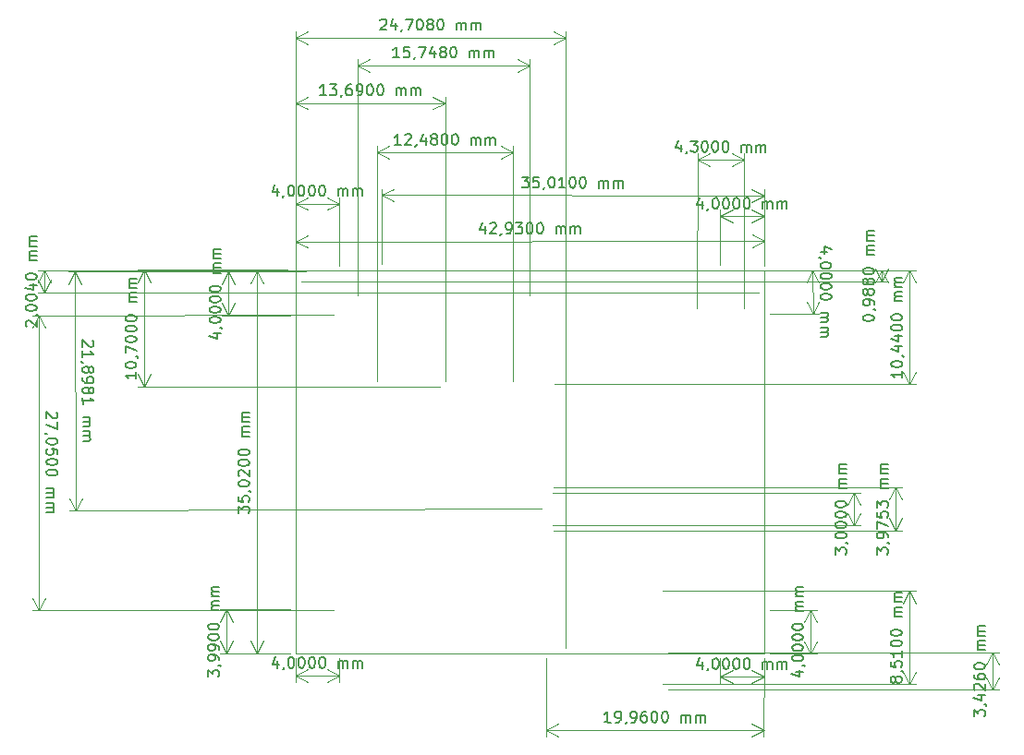
<source format=gbr>
%TF.GenerationSoftware,KiCad,Pcbnew,(6.0.8)*%
%TF.CreationDate,2022-11-06T10:20:19-05:00*%
%TF.ProjectId,SE,53452e6b-6963-4616-945f-706362585858,rev?*%
%TF.SameCoordinates,Original*%
%TF.FileFunction,Profile,NP*%
%FSLAX46Y46*%
G04 Gerber Fmt 4.6, Leading zero omitted, Abs format (unit mm)*
G04 Created by KiCad (PCBNEW (6.0.8)) date 2022-11-06 10:20:19*
%MOMM*%
%LPD*%
G01*
G04 APERTURE LIST*
%TA.AperFunction,Profile*%
%ADD10C,0.100000*%
%TD*%
%ADD11C,0.150000*%
G04 APERTURE END LIST*
D10*
X36760000Y-35080000D02*
X79640000Y-35080000D01*
X79640000Y-35080000D02*
X79640000Y-70180000D01*
X79640000Y-70180000D02*
X36760000Y-70180000D01*
X36760000Y-70180000D02*
X36760000Y-35080000D01*
D11*
X44494952Y-12113619D02*
X44542571Y-12066000D01*
X44637809Y-12018380D01*
X44875904Y-12018380D01*
X44971142Y-12066000D01*
X45018761Y-12113619D01*
X45066380Y-12208857D01*
X45066380Y-12304095D01*
X45018761Y-12446952D01*
X44447333Y-13018380D01*
X45066380Y-13018380D01*
X45923523Y-12351714D02*
X45923523Y-13018380D01*
X45685428Y-11970761D02*
X45447333Y-12685047D01*
X46066380Y-12685047D01*
X46494952Y-12970761D02*
X46494952Y-13018380D01*
X46447333Y-13113619D01*
X46399714Y-13161238D01*
X46828285Y-12018380D02*
X47494952Y-12018380D01*
X47066380Y-13018380D01*
X48066380Y-12018380D02*
X48161619Y-12018380D01*
X48256857Y-12066000D01*
X48304476Y-12113619D01*
X48352095Y-12208857D01*
X48399714Y-12399333D01*
X48399714Y-12637428D01*
X48352095Y-12827904D01*
X48304476Y-12923142D01*
X48256857Y-12970761D01*
X48161619Y-13018380D01*
X48066380Y-13018380D01*
X47971142Y-12970761D01*
X47923523Y-12923142D01*
X47875904Y-12827904D01*
X47828285Y-12637428D01*
X47828285Y-12399333D01*
X47875904Y-12208857D01*
X47923523Y-12113619D01*
X47971142Y-12066000D01*
X48066380Y-12018380D01*
X48971142Y-12446952D02*
X48875904Y-12399333D01*
X48828285Y-12351714D01*
X48780666Y-12256476D01*
X48780666Y-12208857D01*
X48828285Y-12113619D01*
X48875904Y-12066000D01*
X48971142Y-12018380D01*
X49161619Y-12018380D01*
X49256857Y-12066000D01*
X49304476Y-12113619D01*
X49352095Y-12208857D01*
X49352095Y-12256476D01*
X49304476Y-12351714D01*
X49256857Y-12399333D01*
X49161619Y-12446952D01*
X48971142Y-12446952D01*
X48875904Y-12494571D01*
X48828285Y-12542190D01*
X48780666Y-12637428D01*
X48780666Y-12827904D01*
X48828285Y-12923142D01*
X48875904Y-12970761D01*
X48971142Y-13018380D01*
X49161619Y-13018380D01*
X49256857Y-12970761D01*
X49304476Y-12923142D01*
X49352095Y-12827904D01*
X49352095Y-12637428D01*
X49304476Y-12542190D01*
X49256857Y-12494571D01*
X49161619Y-12446952D01*
X49971142Y-12018380D02*
X50066380Y-12018380D01*
X50161619Y-12066000D01*
X50209238Y-12113619D01*
X50256857Y-12208857D01*
X50304476Y-12399333D01*
X50304476Y-12637428D01*
X50256857Y-12827904D01*
X50209238Y-12923142D01*
X50161619Y-12970761D01*
X50066380Y-13018380D01*
X49971142Y-13018380D01*
X49875904Y-12970761D01*
X49828285Y-12923142D01*
X49780666Y-12827904D01*
X49733047Y-12637428D01*
X49733047Y-12399333D01*
X49780666Y-12208857D01*
X49828285Y-12113619D01*
X49875904Y-12066000D01*
X49971142Y-12018380D01*
X51494952Y-13018380D02*
X51494952Y-12351714D01*
X51494952Y-12446952D02*
X51542571Y-12399333D01*
X51637809Y-12351714D01*
X51780666Y-12351714D01*
X51875904Y-12399333D01*
X51923523Y-12494571D01*
X51923523Y-13018380D01*
X51923523Y-12494571D02*
X51971142Y-12399333D01*
X52066380Y-12351714D01*
X52209238Y-12351714D01*
X52304476Y-12399333D01*
X52352095Y-12494571D01*
X52352095Y-13018380D01*
X52828285Y-13018380D02*
X52828285Y-12351714D01*
X52828285Y-12446952D02*
X52875904Y-12399333D01*
X52971142Y-12351714D01*
X53114000Y-12351714D01*
X53209238Y-12399333D01*
X53256857Y-12494571D01*
X53256857Y-13018380D01*
X53256857Y-12494571D02*
X53304476Y-12399333D01*
X53399714Y-12351714D01*
X53542571Y-12351714D01*
X53637809Y-12399333D01*
X53685428Y-12494571D01*
X53685428Y-13018380D01*
D10*
X36760000Y-69680000D02*
X36760000Y-13129580D01*
X61468000Y-69680000D02*
X61468000Y-13129580D01*
X36760000Y-13716000D02*
X61468000Y-13716000D01*
X36760000Y-13716000D02*
X61468000Y-13716000D01*
X36760000Y-13716000D02*
X37886504Y-14302421D01*
X36760000Y-13716000D02*
X37886504Y-13129579D01*
X61468000Y-13716000D02*
X60341496Y-13129579D01*
X61468000Y-13716000D02*
X60341496Y-14302421D01*
D11*
X28732380Y-72375476D02*
X28732380Y-71756428D01*
X29113333Y-72089761D01*
X29113333Y-71946904D01*
X29160952Y-71851666D01*
X29208571Y-71804047D01*
X29303809Y-71756428D01*
X29541904Y-71756428D01*
X29637142Y-71804047D01*
X29684761Y-71851666D01*
X29732380Y-71946904D01*
X29732380Y-72232619D01*
X29684761Y-72327857D01*
X29637142Y-72375476D01*
X29684761Y-71280238D02*
X29732380Y-71280238D01*
X29827619Y-71327857D01*
X29875238Y-71375476D01*
X29732380Y-70804047D02*
X29732380Y-70613571D01*
X29684761Y-70518333D01*
X29637142Y-70470714D01*
X29494285Y-70375476D01*
X29303809Y-70327857D01*
X28922857Y-70327857D01*
X28827619Y-70375476D01*
X28780000Y-70423095D01*
X28732380Y-70518333D01*
X28732380Y-70708809D01*
X28780000Y-70804047D01*
X28827619Y-70851666D01*
X28922857Y-70899285D01*
X29160952Y-70899285D01*
X29256190Y-70851666D01*
X29303809Y-70804047D01*
X29351428Y-70708809D01*
X29351428Y-70518333D01*
X29303809Y-70423095D01*
X29256190Y-70375476D01*
X29160952Y-70327857D01*
X29732380Y-69851666D02*
X29732380Y-69661190D01*
X29684761Y-69565952D01*
X29637142Y-69518333D01*
X29494285Y-69423095D01*
X29303809Y-69375476D01*
X28922857Y-69375476D01*
X28827619Y-69423095D01*
X28780000Y-69470714D01*
X28732380Y-69565952D01*
X28732380Y-69756428D01*
X28780000Y-69851666D01*
X28827619Y-69899285D01*
X28922857Y-69946904D01*
X29160952Y-69946904D01*
X29256190Y-69899285D01*
X29303809Y-69851666D01*
X29351428Y-69756428D01*
X29351428Y-69565952D01*
X29303809Y-69470714D01*
X29256190Y-69423095D01*
X29160952Y-69375476D01*
X28732380Y-68756428D02*
X28732380Y-68661190D01*
X28780000Y-68565952D01*
X28827619Y-68518333D01*
X28922857Y-68470714D01*
X29113333Y-68423095D01*
X29351428Y-68423095D01*
X29541904Y-68470714D01*
X29637142Y-68518333D01*
X29684761Y-68565952D01*
X29732380Y-68661190D01*
X29732380Y-68756428D01*
X29684761Y-68851666D01*
X29637142Y-68899285D01*
X29541904Y-68946904D01*
X29351428Y-68994523D01*
X29113333Y-68994523D01*
X28922857Y-68946904D01*
X28827619Y-68899285D01*
X28780000Y-68851666D01*
X28732380Y-68756428D01*
X28732380Y-67804047D02*
X28732380Y-67708809D01*
X28780000Y-67613571D01*
X28827619Y-67565952D01*
X28922857Y-67518333D01*
X29113333Y-67470714D01*
X29351428Y-67470714D01*
X29541904Y-67518333D01*
X29637142Y-67565952D01*
X29684761Y-67613571D01*
X29732380Y-67708809D01*
X29732380Y-67804047D01*
X29684761Y-67899285D01*
X29637142Y-67946904D01*
X29541904Y-67994523D01*
X29351428Y-68042142D01*
X29113333Y-68042142D01*
X28922857Y-67994523D01*
X28827619Y-67946904D01*
X28780000Y-67899285D01*
X28732380Y-67804047D01*
X29732380Y-66280238D02*
X29065714Y-66280238D01*
X29160952Y-66280238D02*
X29113333Y-66232619D01*
X29065714Y-66137380D01*
X29065714Y-65994523D01*
X29113333Y-65899285D01*
X29208571Y-65851666D01*
X29732380Y-65851666D01*
X29208571Y-65851666D02*
X29113333Y-65804047D01*
X29065714Y-65708809D01*
X29065714Y-65565952D01*
X29113333Y-65470714D01*
X29208571Y-65423095D01*
X29732380Y-65423095D01*
X29732380Y-64946904D02*
X29065714Y-64946904D01*
X29160952Y-64946904D02*
X29113333Y-64899285D01*
X29065714Y-64804047D01*
X29065714Y-64661190D01*
X29113333Y-64565952D01*
X29208571Y-64518333D01*
X29732380Y-64518333D01*
X29208571Y-64518333D02*
X29113333Y-64470714D01*
X29065714Y-64375476D01*
X29065714Y-64232619D01*
X29113333Y-64137380D01*
X29208571Y-64089761D01*
X29732380Y-64089761D01*
D10*
X36260000Y-70180000D02*
X29843580Y-70180000D01*
X36260000Y-66190000D02*
X29843580Y-66190000D01*
X30430000Y-70180000D02*
X30430000Y-66190000D01*
X30430000Y-70180000D02*
X30430000Y-66190000D01*
X30430000Y-70180000D02*
X31016421Y-69053496D01*
X30430000Y-70180000D02*
X29843579Y-69053496D01*
X30430000Y-66190000D02*
X29843579Y-67316504D01*
X30430000Y-66190000D02*
X31016421Y-67316504D01*
D11*
X73973333Y-70975714D02*
X73973333Y-71642380D01*
X73735238Y-70594761D02*
X73497142Y-71309047D01*
X74116190Y-71309047D01*
X74544761Y-71594761D02*
X74544761Y-71642380D01*
X74497142Y-71737619D01*
X74449523Y-71785238D01*
X75163809Y-70642380D02*
X75259047Y-70642380D01*
X75354285Y-70690000D01*
X75401904Y-70737619D01*
X75449523Y-70832857D01*
X75497142Y-71023333D01*
X75497142Y-71261428D01*
X75449523Y-71451904D01*
X75401904Y-71547142D01*
X75354285Y-71594761D01*
X75259047Y-71642380D01*
X75163809Y-71642380D01*
X75068571Y-71594761D01*
X75020952Y-71547142D01*
X74973333Y-71451904D01*
X74925714Y-71261428D01*
X74925714Y-71023333D01*
X74973333Y-70832857D01*
X75020952Y-70737619D01*
X75068571Y-70690000D01*
X75163809Y-70642380D01*
X76116190Y-70642380D02*
X76211428Y-70642380D01*
X76306666Y-70690000D01*
X76354285Y-70737619D01*
X76401904Y-70832857D01*
X76449523Y-71023333D01*
X76449523Y-71261428D01*
X76401904Y-71451904D01*
X76354285Y-71547142D01*
X76306666Y-71594761D01*
X76211428Y-71642380D01*
X76116190Y-71642380D01*
X76020952Y-71594761D01*
X75973333Y-71547142D01*
X75925714Y-71451904D01*
X75878095Y-71261428D01*
X75878095Y-71023333D01*
X75925714Y-70832857D01*
X75973333Y-70737619D01*
X76020952Y-70690000D01*
X76116190Y-70642380D01*
X77068571Y-70642380D02*
X77163809Y-70642380D01*
X77259047Y-70690000D01*
X77306666Y-70737619D01*
X77354285Y-70832857D01*
X77401904Y-71023333D01*
X77401904Y-71261428D01*
X77354285Y-71451904D01*
X77306666Y-71547142D01*
X77259047Y-71594761D01*
X77163809Y-71642380D01*
X77068571Y-71642380D01*
X76973333Y-71594761D01*
X76925714Y-71547142D01*
X76878095Y-71451904D01*
X76830476Y-71261428D01*
X76830476Y-71023333D01*
X76878095Y-70832857D01*
X76925714Y-70737619D01*
X76973333Y-70690000D01*
X77068571Y-70642380D01*
X78020952Y-70642380D02*
X78116190Y-70642380D01*
X78211428Y-70690000D01*
X78259047Y-70737619D01*
X78306666Y-70832857D01*
X78354285Y-71023333D01*
X78354285Y-71261428D01*
X78306666Y-71451904D01*
X78259047Y-71547142D01*
X78211428Y-71594761D01*
X78116190Y-71642380D01*
X78020952Y-71642380D01*
X77925714Y-71594761D01*
X77878095Y-71547142D01*
X77830476Y-71451904D01*
X77782857Y-71261428D01*
X77782857Y-71023333D01*
X77830476Y-70832857D01*
X77878095Y-70737619D01*
X77925714Y-70690000D01*
X78020952Y-70642380D01*
X79544761Y-71642380D02*
X79544761Y-70975714D01*
X79544761Y-71070952D02*
X79592380Y-71023333D01*
X79687619Y-70975714D01*
X79830476Y-70975714D01*
X79925714Y-71023333D01*
X79973333Y-71118571D01*
X79973333Y-71642380D01*
X79973333Y-71118571D02*
X80020952Y-71023333D01*
X80116190Y-70975714D01*
X80259047Y-70975714D01*
X80354285Y-71023333D01*
X80401904Y-71118571D01*
X80401904Y-71642380D01*
X80878095Y-71642380D02*
X80878095Y-70975714D01*
X80878095Y-71070952D02*
X80925714Y-71023333D01*
X81020952Y-70975714D01*
X81163809Y-70975714D01*
X81259047Y-71023333D01*
X81306666Y-71118571D01*
X81306666Y-71642380D01*
X81306666Y-71118571D02*
X81354285Y-71023333D01*
X81449523Y-70975714D01*
X81592380Y-70975714D01*
X81687619Y-71023333D01*
X81735238Y-71118571D01*
X81735238Y-71642380D01*
D10*
X79640000Y-70680000D02*
X79640000Y-72926420D01*
X75640000Y-70680000D02*
X75640000Y-72926420D01*
X79640000Y-72340000D02*
X75640000Y-72340000D01*
X79640000Y-72340000D02*
X75640000Y-72340000D01*
X79640000Y-72340000D02*
X78513496Y-71753579D01*
X79640000Y-72340000D02*
X78513496Y-72926421D01*
X75640000Y-72340000D02*
X76766504Y-72926421D01*
X75640000Y-72340000D02*
X76766504Y-71753579D01*
D11*
X22147716Y-44424686D02*
X22146648Y-44996114D01*
X22147182Y-44710400D02*
X21147184Y-44708531D01*
X21289863Y-44804036D01*
X21384923Y-44899452D01*
X21432363Y-44994779D01*
X21148875Y-43803770D02*
X21149053Y-43708532D01*
X21196850Y-43613384D01*
X21244558Y-43565854D01*
X21339885Y-43518413D01*
X21530450Y-43471150D01*
X21768544Y-43471595D01*
X21958931Y-43519570D01*
X22054080Y-43567367D01*
X22101610Y-43615075D01*
X22149051Y-43710402D01*
X22148873Y-43805640D01*
X22101076Y-43900788D01*
X22053368Y-43948318D01*
X21958041Y-43995759D01*
X21767476Y-44043022D01*
X21529382Y-44042577D01*
X21338995Y-43994602D01*
X21243846Y-43946805D01*
X21196316Y-43899097D01*
X21148875Y-43803770D01*
X22102767Y-42996028D02*
X22150386Y-42996117D01*
X22245535Y-43043914D01*
X22293065Y-43091622D01*
X21151011Y-42660915D02*
X21152257Y-41994250D01*
X22151454Y-42424690D01*
X21153325Y-41422822D02*
X21153503Y-41327584D01*
X21201300Y-41232435D01*
X21249008Y-41184905D01*
X21344335Y-41137464D01*
X21534900Y-41090201D01*
X21772995Y-41090646D01*
X21963382Y-41138621D01*
X22058531Y-41186418D01*
X22106061Y-41234126D01*
X22153502Y-41329453D01*
X22153323Y-41424691D01*
X22105527Y-41519840D01*
X22057819Y-41567370D01*
X21962492Y-41614811D01*
X21771927Y-41662074D01*
X21533832Y-41661629D01*
X21343445Y-41613654D01*
X21248296Y-41565857D01*
X21200766Y-41518149D01*
X21153325Y-41422822D01*
X21155105Y-40470443D02*
X21155283Y-40375205D01*
X21203080Y-40280056D01*
X21250788Y-40232526D01*
X21346115Y-40185085D01*
X21536680Y-40137822D01*
X21774775Y-40138267D01*
X21965162Y-40186242D01*
X22060311Y-40234039D01*
X22107841Y-40281747D01*
X22155282Y-40377074D01*
X22155104Y-40472312D01*
X22107307Y-40567461D01*
X22059599Y-40614991D01*
X21964272Y-40662432D01*
X21773707Y-40709695D01*
X21535612Y-40709250D01*
X21345225Y-40661275D01*
X21250076Y-40613478D01*
X21202546Y-40565770D01*
X21155105Y-40470443D01*
X21156886Y-39518064D02*
X21157064Y-39422826D01*
X21204861Y-39327677D01*
X21252569Y-39280147D01*
X21347895Y-39232706D01*
X21538460Y-39185443D01*
X21776555Y-39185888D01*
X21966942Y-39233863D01*
X22062091Y-39281660D01*
X22109621Y-39329368D01*
X22157062Y-39424695D01*
X22156884Y-39519933D01*
X22109087Y-39615082D01*
X22061379Y-39662612D01*
X21966052Y-39710053D01*
X21775487Y-39757315D01*
X21537392Y-39756870D01*
X21347005Y-39708895D01*
X21251856Y-39661098D01*
X21204326Y-39613390D01*
X21156886Y-39518064D01*
X22159732Y-37996126D02*
X21493067Y-37994880D01*
X21588304Y-37995058D02*
X21540775Y-37947350D01*
X21493334Y-37852023D01*
X21493601Y-37709166D01*
X21541398Y-37614017D01*
X21636724Y-37566576D01*
X22160533Y-37567555D01*
X21636724Y-37566576D02*
X21541576Y-37518779D01*
X21494135Y-37423452D01*
X21494402Y-37280595D01*
X21542199Y-37185446D01*
X21637526Y-37138005D01*
X22161334Y-37138984D01*
X22162224Y-36662795D02*
X21495559Y-36661549D01*
X21590797Y-36661727D02*
X21543267Y-36614019D01*
X21495826Y-36518692D01*
X21496093Y-36375835D01*
X21543890Y-36280686D01*
X21639217Y-36233245D01*
X22163025Y-36234224D01*
X21639217Y-36233245D02*
X21544068Y-36185448D01*
X21496627Y-36090121D01*
X21496894Y-35947264D01*
X21544691Y-35852115D01*
X21640018Y-35804674D01*
X22163826Y-35805653D01*
D10*
X49960001Y-45779065D02*
X22256481Y-45727283D01*
X49980001Y-35079065D02*
X22276481Y-35027283D01*
X22842900Y-45728379D02*
X22862900Y-35028379D01*
X22842900Y-45728379D02*
X22862900Y-35028379D01*
X22842900Y-45728379D02*
X23431425Y-44602973D01*
X22842900Y-45728379D02*
X22258586Y-44600781D01*
X22862900Y-35028379D02*
X22274375Y-36153785D01*
X22862900Y-35028379D02*
X23447214Y-36155977D01*
D11*
X65612857Y-76528044D02*
X65041429Y-76527185D01*
X65327143Y-76527615D02*
X65328646Y-75527616D01*
X65233193Y-75670330D01*
X65137812Y-75765425D01*
X65042503Y-75812901D01*
X66089047Y-76528760D02*
X66279523Y-76529046D01*
X66374833Y-76481571D01*
X66422523Y-76434023D01*
X66517976Y-76291309D01*
X66565881Y-76100905D01*
X66566454Y-75719953D01*
X66518978Y-75624643D01*
X66471430Y-75576953D01*
X66376264Y-75529191D01*
X66185788Y-75528904D01*
X66090478Y-75576380D01*
X66042788Y-75623928D01*
X65995026Y-75719094D01*
X65994668Y-75957189D01*
X66042144Y-76052499D01*
X66089691Y-76100189D01*
X66184858Y-76147951D01*
X66375334Y-76148238D01*
X66470643Y-76100762D01*
X66518334Y-76053214D01*
X66566096Y-75958048D01*
X67041498Y-76482573D02*
X67041427Y-76530192D01*
X66993665Y-76625358D01*
X66945974Y-76672905D01*
X67517617Y-76530907D02*
X67708093Y-76531194D01*
X67803402Y-76483718D01*
X67851093Y-76436170D01*
X67946546Y-76293456D01*
X67994451Y-76103052D01*
X67995024Y-75722100D01*
X67947548Y-75626790D01*
X67900000Y-75579100D01*
X67804834Y-75531338D01*
X67614358Y-75531051D01*
X67519048Y-75578527D01*
X67471358Y-75626075D01*
X67423596Y-75721241D01*
X67423238Y-75959336D01*
X67470714Y-76054646D01*
X67518261Y-76102336D01*
X67613427Y-76150098D01*
X67803903Y-76150385D01*
X67899213Y-76102909D01*
X67946904Y-76055361D01*
X67994666Y-75960195D01*
X68852452Y-75532912D02*
X68661976Y-75532626D01*
X68566666Y-75580102D01*
X68518976Y-75627649D01*
X68423523Y-75770363D01*
X68375618Y-75960768D01*
X68375045Y-76341720D01*
X68422521Y-76437029D01*
X68470068Y-76484720D01*
X68565235Y-76532482D01*
X68755711Y-76532768D01*
X68851020Y-76485292D01*
X68898711Y-76437745D01*
X68946473Y-76342578D01*
X68946831Y-76104483D01*
X68899355Y-76009174D01*
X68851808Y-75961483D01*
X68756641Y-75913721D01*
X68566165Y-75913435D01*
X68470856Y-75960911D01*
X68423165Y-76008458D01*
X68375403Y-76103625D01*
X69566737Y-75533986D02*
X69661975Y-75534129D01*
X69757141Y-75581891D01*
X69804688Y-75629582D01*
X69852164Y-75724891D01*
X69899497Y-75915439D01*
X69899139Y-76153534D01*
X69851234Y-76343938D01*
X69803472Y-76439105D01*
X69755781Y-76486652D01*
X69660472Y-76534128D01*
X69565234Y-76533985D01*
X69470067Y-76486223D01*
X69422520Y-76438532D01*
X69375044Y-76343223D01*
X69327711Y-76152675D01*
X69328069Y-75914580D01*
X69375974Y-75724176D01*
X69423736Y-75629009D01*
X69471427Y-75581462D01*
X69566737Y-75533986D01*
X70519116Y-75535417D02*
X70614354Y-75535561D01*
X70709521Y-75583323D01*
X70757068Y-75631013D01*
X70804544Y-75726323D01*
X70851877Y-75916870D01*
X70851519Y-76154965D01*
X70803614Y-76345370D01*
X70755852Y-76440536D01*
X70708161Y-76488084D01*
X70612851Y-76535559D01*
X70517613Y-76535416D01*
X70422447Y-76487654D01*
X70374900Y-76439964D01*
X70327424Y-76344654D01*
X70280091Y-76154106D01*
X70280449Y-75916011D01*
X70328354Y-75725607D01*
X70376116Y-75630441D01*
X70423807Y-75582893D01*
X70519116Y-75535417D01*
X72041421Y-76537707D02*
X72042423Y-75871041D01*
X72042280Y-75966279D02*
X72089971Y-75918731D01*
X72185280Y-75871255D01*
X72328137Y-75871470D01*
X72423304Y-75919232D01*
X72470779Y-76014542D01*
X72469992Y-76538351D01*
X72470779Y-76014542D02*
X72518542Y-75919375D01*
X72613851Y-75871899D01*
X72756708Y-75872114D01*
X72851875Y-75919876D01*
X72899350Y-76015186D01*
X72898563Y-76538995D01*
X73374753Y-76539711D02*
X73375755Y-75873045D01*
X73375612Y-75968283D02*
X73423303Y-75920735D01*
X73518612Y-75873259D01*
X73661469Y-75873474D01*
X73756635Y-75921236D01*
X73804111Y-76016546D01*
X73803324Y-76540355D01*
X73804111Y-76016546D02*
X73851873Y-75921379D01*
X73947183Y-75873903D01*
X74090040Y-75874118D01*
X74185206Y-75921880D01*
X74232682Y-76017190D01*
X74231895Y-76540999D01*
D10*
X79649248Y-70709999D02*
X79638542Y-77833166D01*
X59689248Y-70679999D02*
X59678542Y-77803166D01*
X79639424Y-77246747D02*
X59679424Y-77216747D01*
X79639424Y-77246747D02*
X59679424Y-77216747D01*
X79639424Y-77246747D02*
X78513803Y-76658634D01*
X79639424Y-77246747D02*
X78512040Y-77831474D01*
X59679424Y-77216747D02*
X60805045Y-77804860D01*
X59679424Y-77216747D02*
X60806808Y-76632020D01*
D11*
X92312380Y-44337619D02*
X92312380Y-44909047D01*
X92312380Y-44623333D02*
X91312380Y-44623333D01*
X91455238Y-44718571D01*
X91550476Y-44813809D01*
X91598095Y-44909047D01*
X91312380Y-43718571D02*
X91312380Y-43623333D01*
X91360000Y-43528095D01*
X91407619Y-43480476D01*
X91502857Y-43432857D01*
X91693333Y-43385238D01*
X91931428Y-43385238D01*
X92121904Y-43432857D01*
X92217142Y-43480476D01*
X92264761Y-43528095D01*
X92312380Y-43623333D01*
X92312380Y-43718571D01*
X92264761Y-43813809D01*
X92217142Y-43861428D01*
X92121904Y-43909047D01*
X91931428Y-43956666D01*
X91693333Y-43956666D01*
X91502857Y-43909047D01*
X91407619Y-43861428D01*
X91360000Y-43813809D01*
X91312380Y-43718571D01*
X92264761Y-42909047D02*
X92312380Y-42909047D01*
X92407619Y-42956666D01*
X92455238Y-43004285D01*
X91645714Y-42051904D02*
X92312380Y-42051904D01*
X91264761Y-42290000D02*
X91979047Y-42528095D01*
X91979047Y-41909047D01*
X91645714Y-41099523D02*
X92312380Y-41099523D01*
X91264761Y-41337619D02*
X91979047Y-41575714D01*
X91979047Y-40956666D01*
X91312380Y-40385238D02*
X91312380Y-40290000D01*
X91360000Y-40194761D01*
X91407619Y-40147142D01*
X91502857Y-40099523D01*
X91693333Y-40051904D01*
X91931428Y-40051904D01*
X92121904Y-40099523D01*
X92217142Y-40147142D01*
X92264761Y-40194761D01*
X92312380Y-40290000D01*
X92312380Y-40385238D01*
X92264761Y-40480476D01*
X92217142Y-40528095D01*
X92121904Y-40575714D01*
X91931428Y-40623333D01*
X91693333Y-40623333D01*
X91502857Y-40575714D01*
X91407619Y-40528095D01*
X91360000Y-40480476D01*
X91312380Y-40385238D01*
X91312380Y-39432857D02*
X91312380Y-39337619D01*
X91360000Y-39242380D01*
X91407619Y-39194761D01*
X91502857Y-39147142D01*
X91693333Y-39099523D01*
X91931428Y-39099523D01*
X92121904Y-39147142D01*
X92217142Y-39194761D01*
X92264761Y-39242380D01*
X92312380Y-39337619D01*
X92312380Y-39432857D01*
X92264761Y-39528095D01*
X92217142Y-39575714D01*
X92121904Y-39623333D01*
X91931428Y-39670952D01*
X91693333Y-39670952D01*
X91502857Y-39623333D01*
X91407619Y-39575714D01*
X91360000Y-39528095D01*
X91312380Y-39432857D01*
X92312380Y-37909047D02*
X91645714Y-37909047D01*
X91740952Y-37909047D02*
X91693333Y-37861428D01*
X91645714Y-37766190D01*
X91645714Y-37623333D01*
X91693333Y-37528095D01*
X91788571Y-37480476D01*
X92312380Y-37480476D01*
X91788571Y-37480476D02*
X91693333Y-37432857D01*
X91645714Y-37337619D01*
X91645714Y-37194761D01*
X91693333Y-37099523D01*
X91788571Y-37051904D01*
X92312380Y-37051904D01*
X92312380Y-36575714D02*
X91645714Y-36575714D01*
X91740952Y-36575714D02*
X91693333Y-36528095D01*
X91645714Y-36432857D01*
X91645714Y-36290000D01*
X91693333Y-36194761D01*
X91788571Y-36147142D01*
X92312380Y-36147142D01*
X91788571Y-36147142D02*
X91693333Y-36099523D01*
X91645714Y-36004285D01*
X91645714Y-35861428D01*
X91693333Y-35766190D01*
X91788571Y-35718571D01*
X92312380Y-35718571D01*
D10*
X60450000Y-45510000D02*
X93596420Y-45510000D01*
X60450000Y-35070000D02*
X93596420Y-35070000D01*
X93010000Y-45510000D02*
X93010000Y-35070000D01*
X93010000Y-45510000D02*
X93010000Y-35070000D01*
X93010000Y-45510000D02*
X93596421Y-44383496D01*
X93010000Y-45510000D02*
X92423579Y-44383496D01*
X93010000Y-35070000D02*
X92423579Y-36196504D01*
X93010000Y-35070000D02*
X93596421Y-36196504D01*
D11*
X98886380Y-76007476D02*
X98886380Y-75388428D01*
X99267333Y-75721761D01*
X99267333Y-75578904D01*
X99314952Y-75483666D01*
X99362571Y-75436047D01*
X99457809Y-75388428D01*
X99695904Y-75388428D01*
X99791142Y-75436047D01*
X99838761Y-75483666D01*
X99886380Y-75578904D01*
X99886380Y-75864619D01*
X99838761Y-75959857D01*
X99791142Y-76007476D01*
X99838761Y-74912238D02*
X99886380Y-74912238D01*
X99981619Y-74959857D01*
X100029238Y-75007476D01*
X99219714Y-74055095D02*
X99886380Y-74055095D01*
X98838761Y-74293190D02*
X99553047Y-74531285D01*
X99553047Y-73912238D01*
X98981619Y-73578904D02*
X98934000Y-73531285D01*
X98886380Y-73436047D01*
X98886380Y-73197952D01*
X98934000Y-73102714D01*
X98981619Y-73055095D01*
X99076857Y-73007476D01*
X99172095Y-73007476D01*
X99314952Y-73055095D01*
X99886380Y-73626523D01*
X99886380Y-73007476D01*
X98886380Y-72150333D02*
X98886380Y-72340809D01*
X98934000Y-72436047D01*
X98981619Y-72483666D01*
X99124476Y-72578904D01*
X99314952Y-72626523D01*
X99695904Y-72626523D01*
X99791142Y-72578904D01*
X99838761Y-72531285D01*
X99886380Y-72436047D01*
X99886380Y-72245571D01*
X99838761Y-72150333D01*
X99791142Y-72102714D01*
X99695904Y-72055095D01*
X99457809Y-72055095D01*
X99362571Y-72102714D01*
X99314952Y-72150333D01*
X99267333Y-72245571D01*
X99267333Y-72436047D01*
X99314952Y-72531285D01*
X99362571Y-72578904D01*
X99457809Y-72626523D01*
X98886380Y-71436047D02*
X98886380Y-71340809D01*
X98934000Y-71245571D01*
X98981619Y-71197952D01*
X99076857Y-71150333D01*
X99267333Y-71102714D01*
X99505428Y-71102714D01*
X99695904Y-71150333D01*
X99791142Y-71197952D01*
X99838761Y-71245571D01*
X99886380Y-71340809D01*
X99886380Y-71436047D01*
X99838761Y-71531285D01*
X99791142Y-71578904D01*
X99695904Y-71626523D01*
X99505428Y-71674142D01*
X99267333Y-71674142D01*
X99076857Y-71626523D01*
X98981619Y-71578904D01*
X98934000Y-71531285D01*
X98886380Y-71436047D01*
X99886380Y-69912238D02*
X99219714Y-69912238D01*
X99314952Y-69912238D02*
X99267333Y-69864619D01*
X99219714Y-69769380D01*
X99219714Y-69626523D01*
X99267333Y-69531285D01*
X99362571Y-69483666D01*
X99886380Y-69483666D01*
X99362571Y-69483666D02*
X99267333Y-69436047D01*
X99219714Y-69340809D01*
X99219714Y-69197952D01*
X99267333Y-69102714D01*
X99362571Y-69055095D01*
X99886380Y-69055095D01*
X99886380Y-68578904D02*
X99219714Y-68578904D01*
X99314952Y-68578904D02*
X99267333Y-68531285D01*
X99219714Y-68436047D01*
X99219714Y-68293190D01*
X99267333Y-68197952D01*
X99362571Y-68150333D01*
X99886380Y-68150333D01*
X99362571Y-68150333D02*
X99267333Y-68102714D01*
X99219714Y-68007476D01*
X99219714Y-67864619D01*
X99267333Y-67769380D01*
X99362571Y-67721761D01*
X99886380Y-67721761D01*
D10*
X70855000Y-73530000D02*
X101170420Y-73530000D01*
X70855000Y-70104000D02*
X101170420Y-70104000D01*
X100584000Y-73530000D02*
X100584000Y-70104000D01*
X100584000Y-73530000D02*
X100584000Y-70104000D01*
X100584000Y-73530000D02*
X101170421Y-72403496D01*
X100584000Y-73530000D02*
X99997579Y-72403496D01*
X100584000Y-70104000D02*
X99997579Y-71230504D01*
X100584000Y-70104000D02*
X101170421Y-71230504D01*
D11*
X12113619Y-40224857D02*
X12066000Y-40177238D01*
X12018380Y-40082000D01*
X12018380Y-39843904D01*
X12066000Y-39748666D01*
X12113619Y-39701047D01*
X12208857Y-39653428D01*
X12304095Y-39653428D01*
X12446952Y-39701047D01*
X13018380Y-40272476D01*
X13018380Y-39653428D01*
X12970761Y-39177238D02*
X13018380Y-39177238D01*
X13113619Y-39224857D01*
X13161238Y-39272476D01*
X12018380Y-38558190D02*
X12018380Y-38462952D01*
X12066000Y-38367714D01*
X12113619Y-38320095D01*
X12208857Y-38272476D01*
X12399333Y-38224857D01*
X12637428Y-38224857D01*
X12827904Y-38272476D01*
X12923142Y-38320095D01*
X12970761Y-38367714D01*
X13018380Y-38462952D01*
X13018380Y-38558190D01*
X12970761Y-38653428D01*
X12923142Y-38701047D01*
X12827904Y-38748666D01*
X12637428Y-38796285D01*
X12399333Y-38796285D01*
X12208857Y-38748666D01*
X12113619Y-38701047D01*
X12066000Y-38653428D01*
X12018380Y-38558190D01*
X12018380Y-37605809D02*
X12018380Y-37510571D01*
X12066000Y-37415333D01*
X12113619Y-37367714D01*
X12208857Y-37320095D01*
X12399333Y-37272476D01*
X12637428Y-37272476D01*
X12827904Y-37320095D01*
X12923142Y-37367714D01*
X12970761Y-37415333D01*
X13018380Y-37510571D01*
X13018380Y-37605809D01*
X12970761Y-37701047D01*
X12923142Y-37748666D01*
X12827904Y-37796285D01*
X12637428Y-37843904D01*
X12399333Y-37843904D01*
X12208857Y-37796285D01*
X12113619Y-37748666D01*
X12066000Y-37701047D01*
X12018380Y-37605809D01*
X12351714Y-36415333D02*
X13018380Y-36415333D01*
X11970761Y-36653428D02*
X12685047Y-36891523D01*
X12685047Y-36272476D01*
X12018380Y-35701047D02*
X12018380Y-35605809D01*
X12066000Y-35510571D01*
X12113619Y-35462952D01*
X12208857Y-35415333D01*
X12399333Y-35367714D01*
X12637428Y-35367714D01*
X12827904Y-35415333D01*
X12923142Y-35462952D01*
X12970761Y-35510571D01*
X13018380Y-35605809D01*
X13018380Y-35701047D01*
X12970761Y-35796285D01*
X12923142Y-35843904D01*
X12827904Y-35891523D01*
X12637428Y-35939142D01*
X12399333Y-35939142D01*
X12208857Y-35891523D01*
X12113619Y-35843904D01*
X12066000Y-35796285D01*
X12018380Y-35701047D01*
X13018380Y-34177238D02*
X12351714Y-34177238D01*
X12446952Y-34177238D02*
X12399333Y-34129619D01*
X12351714Y-34034380D01*
X12351714Y-33891523D01*
X12399333Y-33796285D01*
X12494571Y-33748666D01*
X13018380Y-33748666D01*
X12494571Y-33748666D02*
X12399333Y-33701047D01*
X12351714Y-33605809D01*
X12351714Y-33462952D01*
X12399333Y-33367714D01*
X12494571Y-33320095D01*
X13018380Y-33320095D01*
X13018380Y-32843904D02*
X12351714Y-32843904D01*
X12446952Y-32843904D02*
X12399333Y-32796285D01*
X12351714Y-32701047D01*
X12351714Y-32558190D01*
X12399333Y-32462952D01*
X12494571Y-32415333D01*
X13018380Y-32415333D01*
X12494571Y-32415333D02*
X12399333Y-32367714D01*
X12351714Y-32272476D01*
X12351714Y-32129619D01*
X12399333Y-32034380D01*
X12494571Y-31986761D01*
X13018380Y-31986761D01*
D10*
X79140000Y-35080000D02*
X13129580Y-35080000D01*
X79140000Y-37084000D02*
X13129580Y-37084000D01*
X13716000Y-35080000D02*
X13716000Y-37084000D01*
X13716000Y-35080000D02*
X13716000Y-37084000D01*
X13716000Y-35080000D02*
X13129579Y-36206504D01*
X13716000Y-35080000D02*
X14302421Y-36206504D01*
X13716000Y-37084000D02*
X14302421Y-35957496D01*
X13716000Y-37084000D02*
X13129579Y-35957496D01*
D11*
X29205714Y-40866666D02*
X29872380Y-40866666D01*
X28824761Y-41104761D02*
X29539047Y-41342857D01*
X29539047Y-40723809D01*
X29824761Y-40295238D02*
X29872380Y-40295238D01*
X29967619Y-40342857D01*
X30015238Y-40390476D01*
X28872380Y-39676190D02*
X28872380Y-39580952D01*
X28920000Y-39485714D01*
X28967619Y-39438095D01*
X29062857Y-39390476D01*
X29253333Y-39342857D01*
X29491428Y-39342857D01*
X29681904Y-39390476D01*
X29777142Y-39438095D01*
X29824761Y-39485714D01*
X29872380Y-39580952D01*
X29872380Y-39676190D01*
X29824761Y-39771428D01*
X29777142Y-39819047D01*
X29681904Y-39866666D01*
X29491428Y-39914285D01*
X29253333Y-39914285D01*
X29062857Y-39866666D01*
X28967619Y-39819047D01*
X28920000Y-39771428D01*
X28872380Y-39676190D01*
X28872380Y-38723809D02*
X28872380Y-38628571D01*
X28920000Y-38533333D01*
X28967619Y-38485714D01*
X29062857Y-38438095D01*
X29253333Y-38390476D01*
X29491428Y-38390476D01*
X29681904Y-38438095D01*
X29777142Y-38485714D01*
X29824761Y-38533333D01*
X29872380Y-38628571D01*
X29872380Y-38723809D01*
X29824761Y-38819047D01*
X29777142Y-38866666D01*
X29681904Y-38914285D01*
X29491428Y-38961904D01*
X29253333Y-38961904D01*
X29062857Y-38914285D01*
X28967619Y-38866666D01*
X28920000Y-38819047D01*
X28872380Y-38723809D01*
X28872380Y-37771428D02*
X28872380Y-37676190D01*
X28920000Y-37580952D01*
X28967619Y-37533333D01*
X29062857Y-37485714D01*
X29253333Y-37438095D01*
X29491428Y-37438095D01*
X29681904Y-37485714D01*
X29777142Y-37533333D01*
X29824761Y-37580952D01*
X29872380Y-37676190D01*
X29872380Y-37771428D01*
X29824761Y-37866666D01*
X29777142Y-37914285D01*
X29681904Y-37961904D01*
X29491428Y-38009523D01*
X29253333Y-38009523D01*
X29062857Y-37961904D01*
X28967619Y-37914285D01*
X28920000Y-37866666D01*
X28872380Y-37771428D01*
X28872380Y-36819047D02*
X28872380Y-36723809D01*
X28920000Y-36628571D01*
X28967619Y-36580952D01*
X29062857Y-36533333D01*
X29253333Y-36485714D01*
X29491428Y-36485714D01*
X29681904Y-36533333D01*
X29777142Y-36580952D01*
X29824761Y-36628571D01*
X29872380Y-36723809D01*
X29872380Y-36819047D01*
X29824761Y-36914285D01*
X29777142Y-36961904D01*
X29681904Y-37009523D01*
X29491428Y-37057142D01*
X29253333Y-37057142D01*
X29062857Y-37009523D01*
X28967619Y-36961904D01*
X28920000Y-36914285D01*
X28872380Y-36819047D01*
X29872380Y-35295238D02*
X29205714Y-35295238D01*
X29300952Y-35295238D02*
X29253333Y-35247619D01*
X29205714Y-35152380D01*
X29205714Y-35009523D01*
X29253333Y-34914285D01*
X29348571Y-34866666D01*
X29872380Y-34866666D01*
X29348571Y-34866666D02*
X29253333Y-34819047D01*
X29205714Y-34723809D01*
X29205714Y-34580952D01*
X29253333Y-34485714D01*
X29348571Y-34438095D01*
X29872380Y-34438095D01*
X29872380Y-33961904D02*
X29205714Y-33961904D01*
X29300952Y-33961904D02*
X29253333Y-33914285D01*
X29205714Y-33819047D01*
X29205714Y-33676190D01*
X29253333Y-33580952D01*
X29348571Y-33533333D01*
X29872380Y-33533333D01*
X29348571Y-33533333D02*
X29253333Y-33485714D01*
X29205714Y-33390476D01*
X29205714Y-33247619D01*
X29253333Y-33152380D01*
X29348571Y-33104761D01*
X29872380Y-33104761D01*
D10*
X36250000Y-35200000D02*
X29983580Y-35200000D01*
X36250000Y-39200000D02*
X29983580Y-39200000D01*
X30570000Y-35200000D02*
X30570000Y-39200000D01*
X30570000Y-35200000D02*
X30570000Y-39200000D01*
X30570000Y-35200000D02*
X29983579Y-36326504D01*
X30570000Y-35200000D02*
X31156421Y-36326504D01*
X30570000Y-39200000D02*
X31156421Y-38073496D01*
X30570000Y-39200000D02*
X29983579Y-38073496D01*
D11*
X14821748Y-48094700D02*
X14869420Y-48142266D01*
X14917145Y-48237451D01*
X14917409Y-48475547D01*
X14869896Y-48570837D01*
X14822329Y-48618509D01*
X14727144Y-48666234D01*
X14631906Y-48666339D01*
X14488996Y-48618879D01*
X13916934Y-48048084D01*
X13917621Y-48667132D01*
X14917990Y-48999356D02*
X14918729Y-49666022D01*
X13918255Y-49238560D01*
X13966824Y-50095649D02*
X13919205Y-50095702D01*
X13823914Y-50048189D01*
X13776242Y-50000623D01*
X14919891Y-50713640D02*
X14919997Y-50808878D01*
X14872483Y-50904169D01*
X14824917Y-50951841D01*
X14729732Y-50999566D01*
X14539309Y-51047396D01*
X14301214Y-51047660D01*
X14110685Y-51000252D01*
X14015394Y-50952739D01*
X13967722Y-50905173D01*
X13919997Y-50809987D01*
X13919892Y-50714749D01*
X13967405Y-50619459D01*
X14014971Y-50571787D01*
X14110157Y-50524062D01*
X14300580Y-50476232D01*
X14538675Y-50475968D01*
X14729204Y-50523376D01*
X14824495Y-50570889D01*
X14872166Y-50618455D01*
X14919891Y-50713640D01*
X14921264Y-51951735D02*
X14920736Y-51475545D01*
X14444493Y-51428454D01*
X14492165Y-51476020D01*
X14539890Y-51571205D01*
X14540154Y-51809300D01*
X14492640Y-51904591D01*
X14445074Y-51952263D01*
X14349889Y-51999988D01*
X14111794Y-52000252D01*
X14016503Y-51952738D01*
X13968831Y-51905172D01*
X13921106Y-51809987D01*
X13920842Y-51571892D01*
X13968356Y-51476601D01*
X14015922Y-51428929D01*
X14922004Y-52618401D02*
X14922109Y-52713639D01*
X14874596Y-52808930D01*
X14827030Y-52856602D01*
X14731844Y-52904326D01*
X14541421Y-52952157D01*
X14303326Y-52952421D01*
X14112797Y-52905013D01*
X14017506Y-52857500D01*
X13969834Y-52809933D01*
X13922110Y-52714748D01*
X13922004Y-52619510D01*
X13969518Y-52524219D01*
X14017084Y-52476547D01*
X14112269Y-52428823D01*
X14302692Y-52380993D01*
X14540787Y-52380729D01*
X14731316Y-52428136D01*
X14826607Y-52475650D01*
X14874279Y-52523216D01*
X14922004Y-52618401D01*
X14923060Y-53570781D02*
X14923165Y-53666020D01*
X14875652Y-53761310D01*
X14828086Y-53808982D01*
X14732901Y-53856707D01*
X14542477Y-53904537D01*
X14304382Y-53904801D01*
X14113853Y-53857393D01*
X14018563Y-53809880D01*
X13970891Y-53762314D01*
X13923166Y-53667129D01*
X13923060Y-53571891D01*
X13970574Y-53476600D01*
X14018140Y-53428928D01*
X14113325Y-53381203D01*
X14303749Y-53333373D01*
X14541844Y-53333109D01*
X14732373Y-53380517D01*
X14827663Y-53428030D01*
X14875335Y-53475596D01*
X14923060Y-53570781D01*
X13924750Y-55095699D02*
X14591417Y-55094960D01*
X14496179Y-55095065D02*
X14543850Y-55142632D01*
X14591575Y-55237817D01*
X14591734Y-55380674D01*
X14544220Y-55475965D01*
X14449035Y-55523689D01*
X13925226Y-55524270D01*
X14449035Y-55523689D02*
X14544326Y-55571203D01*
X14592050Y-55666388D01*
X14592209Y-55809245D01*
X14544695Y-55904536D01*
X14449510Y-55952261D01*
X13925701Y-55952841D01*
X13926229Y-56429032D02*
X14592895Y-56428292D01*
X14497657Y-56428398D02*
X14545329Y-56475964D01*
X14593054Y-56571149D01*
X14593212Y-56714006D01*
X14545699Y-56809297D01*
X14450514Y-56857022D01*
X13926704Y-56857603D01*
X14450514Y-56857022D02*
X14545805Y-56904535D01*
X14593529Y-56999720D01*
X14593688Y-57142578D01*
X14546174Y-57237868D01*
X14450989Y-57285593D01*
X13927180Y-57286174D01*
D10*
X40260000Y-66210555D02*
X12653072Y-66241173D01*
X40230000Y-39160555D02*
X12623072Y-39191173D01*
X13239492Y-66240522D02*
X13209492Y-39190522D01*
X13239492Y-66240522D02*
X13209492Y-39190522D01*
X13239492Y-66240522D02*
X13824663Y-65113369D01*
X13239492Y-66240522D02*
X12651822Y-65114669D01*
X13209492Y-39190522D02*
X12624321Y-40317675D01*
X13209492Y-39190522D02*
X13797162Y-40316375D01*
D11*
X35083333Y-27585714D02*
X35083333Y-28252380D01*
X34845238Y-27204761D02*
X34607142Y-27919047D01*
X35226190Y-27919047D01*
X35654761Y-28204761D02*
X35654761Y-28252380D01*
X35607142Y-28347619D01*
X35559523Y-28395238D01*
X36273809Y-27252380D02*
X36369047Y-27252380D01*
X36464285Y-27300000D01*
X36511904Y-27347619D01*
X36559523Y-27442857D01*
X36607142Y-27633333D01*
X36607142Y-27871428D01*
X36559523Y-28061904D01*
X36511904Y-28157142D01*
X36464285Y-28204761D01*
X36369047Y-28252380D01*
X36273809Y-28252380D01*
X36178571Y-28204761D01*
X36130952Y-28157142D01*
X36083333Y-28061904D01*
X36035714Y-27871428D01*
X36035714Y-27633333D01*
X36083333Y-27442857D01*
X36130952Y-27347619D01*
X36178571Y-27300000D01*
X36273809Y-27252380D01*
X37226190Y-27252380D02*
X37321428Y-27252380D01*
X37416666Y-27300000D01*
X37464285Y-27347619D01*
X37511904Y-27442857D01*
X37559523Y-27633333D01*
X37559523Y-27871428D01*
X37511904Y-28061904D01*
X37464285Y-28157142D01*
X37416666Y-28204761D01*
X37321428Y-28252380D01*
X37226190Y-28252380D01*
X37130952Y-28204761D01*
X37083333Y-28157142D01*
X37035714Y-28061904D01*
X36988095Y-27871428D01*
X36988095Y-27633333D01*
X37035714Y-27442857D01*
X37083333Y-27347619D01*
X37130952Y-27300000D01*
X37226190Y-27252380D01*
X38178571Y-27252380D02*
X38273809Y-27252380D01*
X38369047Y-27300000D01*
X38416666Y-27347619D01*
X38464285Y-27442857D01*
X38511904Y-27633333D01*
X38511904Y-27871428D01*
X38464285Y-28061904D01*
X38416666Y-28157142D01*
X38369047Y-28204761D01*
X38273809Y-28252380D01*
X38178571Y-28252380D01*
X38083333Y-28204761D01*
X38035714Y-28157142D01*
X37988095Y-28061904D01*
X37940476Y-27871428D01*
X37940476Y-27633333D01*
X37988095Y-27442857D01*
X38035714Y-27347619D01*
X38083333Y-27300000D01*
X38178571Y-27252380D01*
X39130952Y-27252380D02*
X39226190Y-27252380D01*
X39321428Y-27300000D01*
X39369047Y-27347619D01*
X39416666Y-27442857D01*
X39464285Y-27633333D01*
X39464285Y-27871428D01*
X39416666Y-28061904D01*
X39369047Y-28157142D01*
X39321428Y-28204761D01*
X39226190Y-28252380D01*
X39130952Y-28252380D01*
X39035714Y-28204761D01*
X38988095Y-28157142D01*
X38940476Y-28061904D01*
X38892857Y-27871428D01*
X38892857Y-27633333D01*
X38940476Y-27442857D01*
X38988095Y-27347619D01*
X39035714Y-27300000D01*
X39130952Y-27252380D01*
X40654761Y-28252380D02*
X40654761Y-27585714D01*
X40654761Y-27680952D02*
X40702380Y-27633333D01*
X40797619Y-27585714D01*
X40940476Y-27585714D01*
X41035714Y-27633333D01*
X41083333Y-27728571D01*
X41083333Y-28252380D01*
X41083333Y-27728571D02*
X41130952Y-27633333D01*
X41226190Y-27585714D01*
X41369047Y-27585714D01*
X41464285Y-27633333D01*
X41511904Y-27728571D01*
X41511904Y-28252380D01*
X41988095Y-28252380D02*
X41988095Y-27585714D01*
X41988095Y-27680952D02*
X42035714Y-27633333D01*
X42130952Y-27585714D01*
X42273809Y-27585714D01*
X42369047Y-27633333D01*
X42416666Y-27728571D01*
X42416666Y-28252380D01*
X42416666Y-27728571D02*
X42464285Y-27633333D01*
X42559523Y-27585714D01*
X42702380Y-27585714D01*
X42797619Y-27633333D01*
X42845238Y-27728571D01*
X42845238Y-28252380D01*
D10*
X36750000Y-34660000D02*
X36750000Y-28363580D01*
X40750000Y-34660000D02*
X40750000Y-28363580D01*
X36750000Y-28950000D02*
X40750000Y-28950000D01*
X36750000Y-28950000D02*
X40750000Y-28950000D01*
X36750000Y-28950000D02*
X37876504Y-29536421D01*
X36750000Y-28950000D02*
X37876504Y-28363579D01*
X40750000Y-28950000D02*
X39623496Y-28363579D01*
X40750000Y-28950000D02*
X39623496Y-29536421D01*
D11*
X72035518Y-23531725D02*
X72032417Y-24198384D01*
X71799197Y-23149669D02*
X71557782Y-23862840D01*
X72176823Y-23865719D01*
X72604061Y-24153424D02*
X72603840Y-24201042D01*
X72555778Y-24296058D01*
X72507938Y-24343455D01*
X72941821Y-23202603D02*
X73560862Y-23205483D01*
X73225760Y-23584881D01*
X73368616Y-23585545D01*
X73463631Y-23633607D01*
X73511028Y-23681447D01*
X73558204Y-23776905D01*
X73557096Y-24014998D01*
X73509035Y-24110013D01*
X73461195Y-24157410D01*
X73365736Y-24204586D01*
X73080025Y-24203257D01*
X72985010Y-24155196D01*
X72937613Y-24107356D01*
X74179902Y-23208362D02*
X74275140Y-23208805D01*
X74370155Y-23256866D01*
X74417552Y-23304706D01*
X74464728Y-23400165D01*
X74511460Y-23590861D01*
X74510353Y-23828953D01*
X74461849Y-24019206D01*
X74413787Y-24114221D01*
X74365947Y-24161619D01*
X74270488Y-24208794D01*
X74175251Y-24208351D01*
X74080236Y-24160290D01*
X74032839Y-24112450D01*
X73985663Y-24016991D01*
X73938931Y-23826295D01*
X73940038Y-23588203D01*
X73988542Y-23397950D01*
X74036604Y-23302935D01*
X74084444Y-23255538D01*
X74179902Y-23208362D01*
X75132273Y-23212792D02*
X75227510Y-23213235D01*
X75322526Y-23261296D01*
X75369923Y-23309136D01*
X75417098Y-23404595D01*
X75463831Y-23595290D01*
X75462724Y-23833383D01*
X75414219Y-24023636D01*
X75366158Y-24118651D01*
X75318318Y-24166048D01*
X75222859Y-24213224D01*
X75127622Y-24212781D01*
X75032606Y-24164719D01*
X74985209Y-24116879D01*
X74938034Y-24021421D01*
X74891301Y-23830725D01*
X74892409Y-23592632D01*
X74940913Y-23402380D01*
X74988975Y-23307364D01*
X75036815Y-23259967D01*
X75132273Y-23212792D01*
X76084644Y-23217221D02*
X76179881Y-23217664D01*
X76274896Y-23265726D01*
X76322293Y-23313566D01*
X76369469Y-23409024D01*
X76416202Y-23599720D01*
X76415094Y-23837813D01*
X76366590Y-24028065D01*
X76318528Y-24123081D01*
X76270688Y-24170478D01*
X76175230Y-24217653D01*
X76079993Y-24217210D01*
X75984977Y-24169149D01*
X75937580Y-24121309D01*
X75890404Y-24025850D01*
X75843672Y-23835155D01*
X75844779Y-23597062D01*
X75893284Y-23406809D01*
X75941345Y-23311794D01*
X75989185Y-23264397D01*
X76084644Y-23217221D01*
X77603786Y-24224298D02*
X77606886Y-23557638D01*
X77606444Y-23652875D02*
X77654284Y-23605478D01*
X77749742Y-23558303D01*
X77892598Y-23558967D01*
X77987613Y-23607029D01*
X78034789Y-23702487D01*
X78032353Y-24226291D01*
X78034789Y-23702487D02*
X78082850Y-23607472D01*
X78178309Y-23560296D01*
X78321164Y-23560961D01*
X78416180Y-23609022D01*
X78463356Y-23704481D01*
X78460919Y-24228284D01*
X78937105Y-24230499D02*
X78940205Y-23563840D01*
X78939762Y-23659077D02*
X78987602Y-23611680D01*
X79083061Y-23564504D01*
X79225917Y-23565169D01*
X79320932Y-23613230D01*
X79368108Y-23708689D01*
X79365671Y-24232493D01*
X79368108Y-23708689D02*
X79416169Y-23613673D01*
X79511628Y-23566498D01*
X79654483Y-23567162D01*
X79749499Y-23615224D01*
X79796675Y-23710682D01*
X79794238Y-24234486D01*
D10*
X77782326Y-38570005D02*
X77848528Y-24336637D01*
X73482326Y-38550005D02*
X73548528Y-24316637D01*
X77845800Y-24923051D02*
X73545800Y-24903051D01*
X77845800Y-24923051D02*
X73545800Y-24903051D01*
X77845800Y-24923051D02*
X76722036Y-24331397D01*
X77845800Y-24923051D02*
X76716581Y-25504226D01*
X73545800Y-24903051D02*
X74669564Y-25494705D01*
X73545800Y-24903051D02*
X74675019Y-24321876D01*
D11*
X54079275Y-31043576D02*
X54079740Y-31710242D01*
X53840913Y-30662790D02*
X53603317Y-31377242D01*
X54222365Y-31376809D01*
X54555299Y-30805148D02*
X54602884Y-30757496D01*
X54698089Y-30709810D01*
X54936184Y-30709644D01*
X55031456Y-30757196D01*
X55079108Y-30804782D01*
X55126794Y-30899987D01*
X55126860Y-30995225D01*
X55079341Y-31138115D01*
X54508312Y-31709943D01*
X55127359Y-31709510D01*
X55603516Y-31661559D02*
X55603550Y-31709178D01*
X55555997Y-31804449D01*
X55508411Y-31852101D01*
X56079740Y-31708845D02*
X56270216Y-31708712D01*
X56365421Y-31661026D01*
X56413007Y-31613374D01*
X56508145Y-31470450D01*
X56555631Y-31279941D01*
X56555365Y-30898988D01*
X56507679Y-30803784D01*
X56460027Y-30756198D01*
X56364755Y-30708645D01*
X56174279Y-30708778D01*
X56079074Y-30756464D01*
X56031489Y-30804116D01*
X55983936Y-30899388D01*
X55984103Y-31137483D01*
X56031788Y-31232688D01*
X56079441Y-31280273D01*
X56174712Y-31327826D01*
X56365188Y-31327693D01*
X56460393Y-31280007D01*
X56507979Y-31232355D01*
X56555531Y-31137084D01*
X56888565Y-30708279D02*
X57507612Y-30707847D01*
X57174545Y-31089032D01*
X57317402Y-31088932D01*
X57412674Y-31136485D01*
X57460326Y-31184070D01*
X57508012Y-31279275D01*
X57508178Y-31517370D01*
X57460625Y-31612642D01*
X57413040Y-31660294D01*
X57317835Y-31707980D01*
X57032121Y-31708179D01*
X56936849Y-31660627D01*
X56889197Y-31613041D01*
X58126660Y-30707414D02*
X58221898Y-30707348D01*
X58317169Y-30754900D01*
X58364821Y-30802486D01*
X58412507Y-30897691D01*
X58460259Y-31088133D01*
X58460426Y-31326229D01*
X58412940Y-31516738D01*
X58365387Y-31612009D01*
X58317801Y-31659662D01*
X58222597Y-31707347D01*
X58127359Y-31707414D01*
X58032087Y-31659861D01*
X57984435Y-31612276D01*
X57936749Y-31517071D01*
X57888997Y-31326628D01*
X57888831Y-31088533D01*
X57936317Y-30898023D01*
X57983869Y-30802752D01*
X58031455Y-30755100D01*
X58126660Y-30707414D01*
X59079040Y-30706749D02*
X59174279Y-30706682D01*
X59269550Y-30754235D01*
X59317202Y-30801820D01*
X59364888Y-30897025D01*
X59412640Y-31087468D01*
X59412806Y-31325563D01*
X59365320Y-31516073D01*
X59317768Y-31611344D01*
X59270182Y-31658996D01*
X59174977Y-31706682D01*
X59079739Y-31706748D01*
X58984468Y-31659196D01*
X58936816Y-31611610D01*
X58889130Y-31516405D01*
X58841378Y-31325962D01*
X58841211Y-31087867D01*
X58888697Y-30897358D01*
X58936250Y-30802087D01*
X58983836Y-30754434D01*
X59079040Y-30706749D01*
X60603548Y-31705684D02*
X60603083Y-31039017D01*
X60603149Y-31134255D02*
X60650735Y-31086603D01*
X60745940Y-31038917D01*
X60888797Y-31038817D01*
X60984068Y-31086370D01*
X61031754Y-31181575D01*
X61032120Y-31705384D01*
X61031754Y-31181575D02*
X61079306Y-31086303D01*
X61174511Y-31038618D01*
X61317368Y-31038518D01*
X61412639Y-31086070D01*
X61460325Y-31181275D01*
X61460691Y-31705085D01*
X61936881Y-31704752D02*
X61936416Y-31038085D01*
X61936482Y-31133323D02*
X61984068Y-31085671D01*
X62079273Y-31037985D01*
X62222130Y-31037886D01*
X62317401Y-31085438D01*
X62365087Y-31180643D01*
X62365453Y-31704452D01*
X62365087Y-31180643D02*
X62412639Y-31085372D01*
X62507844Y-31037686D01*
X62650701Y-31037586D01*
X62745972Y-31085139D01*
X62793658Y-31180343D01*
X62794024Y-31704153D01*
D10*
X36759651Y-34660000D02*
X36757676Y-31833547D01*
X79689651Y-34630000D02*
X79687676Y-31803547D01*
X36758085Y-32419967D02*
X79688085Y-32389967D01*
X36758085Y-32419967D02*
X79688085Y-32389967D01*
X36758085Y-32419967D02*
X37884998Y-33005600D01*
X36758085Y-32419967D02*
X37884179Y-31832759D01*
X79688085Y-32389967D02*
X78561172Y-31804334D01*
X79688085Y-32389967D02*
X78561991Y-32977175D01*
D11*
X88726380Y-39478761D02*
X88726380Y-39383523D01*
X88774000Y-39288285D01*
X88821619Y-39240666D01*
X88916857Y-39193047D01*
X89107333Y-39145428D01*
X89345428Y-39145428D01*
X89535904Y-39193047D01*
X89631142Y-39240666D01*
X89678761Y-39288285D01*
X89726380Y-39383523D01*
X89726380Y-39478761D01*
X89678761Y-39574000D01*
X89631142Y-39621619D01*
X89535904Y-39669238D01*
X89345428Y-39716857D01*
X89107333Y-39716857D01*
X88916857Y-39669238D01*
X88821619Y-39621619D01*
X88774000Y-39574000D01*
X88726380Y-39478761D01*
X89678761Y-38669238D02*
X89726380Y-38669238D01*
X89821619Y-38716857D01*
X89869238Y-38764476D01*
X89726380Y-38193047D02*
X89726380Y-38002571D01*
X89678761Y-37907333D01*
X89631142Y-37859714D01*
X89488285Y-37764476D01*
X89297809Y-37716857D01*
X88916857Y-37716857D01*
X88821619Y-37764476D01*
X88774000Y-37812095D01*
X88726380Y-37907333D01*
X88726380Y-38097809D01*
X88774000Y-38193047D01*
X88821619Y-38240666D01*
X88916857Y-38288285D01*
X89154952Y-38288285D01*
X89250190Y-38240666D01*
X89297809Y-38193047D01*
X89345428Y-38097809D01*
X89345428Y-37907333D01*
X89297809Y-37812095D01*
X89250190Y-37764476D01*
X89154952Y-37716857D01*
X89154952Y-37145428D02*
X89107333Y-37240666D01*
X89059714Y-37288285D01*
X88964476Y-37335904D01*
X88916857Y-37335904D01*
X88821619Y-37288285D01*
X88774000Y-37240666D01*
X88726380Y-37145428D01*
X88726380Y-36954952D01*
X88774000Y-36859714D01*
X88821619Y-36812095D01*
X88916857Y-36764476D01*
X88964476Y-36764476D01*
X89059714Y-36812095D01*
X89107333Y-36859714D01*
X89154952Y-36954952D01*
X89154952Y-37145428D01*
X89202571Y-37240666D01*
X89250190Y-37288285D01*
X89345428Y-37335904D01*
X89535904Y-37335904D01*
X89631142Y-37288285D01*
X89678761Y-37240666D01*
X89726380Y-37145428D01*
X89726380Y-36954952D01*
X89678761Y-36859714D01*
X89631142Y-36812095D01*
X89535904Y-36764476D01*
X89345428Y-36764476D01*
X89250190Y-36812095D01*
X89202571Y-36859714D01*
X89154952Y-36954952D01*
X89154952Y-36193047D02*
X89107333Y-36288285D01*
X89059714Y-36335904D01*
X88964476Y-36383523D01*
X88916857Y-36383523D01*
X88821619Y-36335904D01*
X88774000Y-36288285D01*
X88726380Y-36193047D01*
X88726380Y-36002571D01*
X88774000Y-35907333D01*
X88821619Y-35859714D01*
X88916857Y-35812095D01*
X88964476Y-35812095D01*
X89059714Y-35859714D01*
X89107333Y-35907333D01*
X89154952Y-36002571D01*
X89154952Y-36193047D01*
X89202571Y-36288285D01*
X89250190Y-36335904D01*
X89345428Y-36383523D01*
X89535904Y-36383523D01*
X89631142Y-36335904D01*
X89678761Y-36288285D01*
X89726380Y-36193047D01*
X89726380Y-36002571D01*
X89678761Y-35907333D01*
X89631142Y-35859714D01*
X89535904Y-35812095D01*
X89345428Y-35812095D01*
X89250190Y-35859714D01*
X89202571Y-35907333D01*
X89154952Y-36002571D01*
X88726380Y-35193047D02*
X88726380Y-35097809D01*
X88774000Y-35002571D01*
X88821619Y-34954952D01*
X88916857Y-34907333D01*
X89107333Y-34859714D01*
X89345428Y-34859714D01*
X89535904Y-34907333D01*
X89631142Y-34954952D01*
X89678761Y-35002571D01*
X89726380Y-35097809D01*
X89726380Y-35193047D01*
X89678761Y-35288285D01*
X89631142Y-35335904D01*
X89535904Y-35383523D01*
X89345428Y-35431142D01*
X89107333Y-35431142D01*
X88916857Y-35383523D01*
X88821619Y-35335904D01*
X88774000Y-35288285D01*
X88726380Y-35193047D01*
X89726380Y-33669238D02*
X89059714Y-33669238D01*
X89154952Y-33669238D02*
X89107333Y-33621619D01*
X89059714Y-33526380D01*
X89059714Y-33383523D01*
X89107333Y-33288285D01*
X89202571Y-33240666D01*
X89726380Y-33240666D01*
X89202571Y-33240666D02*
X89107333Y-33193047D01*
X89059714Y-33097809D01*
X89059714Y-32954952D01*
X89107333Y-32859714D01*
X89202571Y-32812095D01*
X89726380Y-32812095D01*
X89726380Y-32335904D02*
X89059714Y-32335904D01*
X89154952Y-32335904D02*
X89107333Y-32288285D01*
X89059714Y-32193047D01*
X89059714Y-32050190D01*
X89107333Y-31954952D01*
X89202571Y-31907333D01*
X89726380Y-31907333D01*
X89202571Y-31907333D02*
X89107333Y-31859714D01*
X89059714Y-31764476D01*
X89059714Y-31621619D01*
X89107333Y-31526380D01*
X89202571Y-31478761D01*
X89726380Y-31478761D01*
D10*
X37260000Y-35080000D02*
X91010420Y-35080000D01*
X37260000Y-36068000D02*
X91010420Y-36068000D01*
X90424000Y-35080000D02*
X90424000Y-36068000D01*
X90424000Y-35080000D02*
X90424000Y-36068000D01*
X90424000Y-35080000D02*
X89837579Y-36206504D01*
X90424000Y-35080000D02*
X91010421Y-36206504D01*
X90424000Y-36068000D02*
X91010421Y-34941496D01*
X90424000Y-36068000D02*
X89837579Y-34941496D01*
D11*
X31492380Y-57336666D02*
X31492380Y-56717619D01*
X31873333Y-57050952D01*
X31873333Y-56908095D01*
X31920952Y-56812857D01*
X31968571Y-56765238D01*
X32063809Y-56717619D01*
X32301904Y-56717619D01*
X32397142Y-56765238D01*
X32444761Y-56812857D01*
X32492380Y-56908095D01*
X32492380Y-57193809D01*
X32444761Y-57289047D01*
X32397142Y-57336666D01*
X31492380Y-55812857D02*
X31492380Y-56289047D01*
X31968571Y-56336666D01*
X31920952Y-56289047D01*
X31873333Y-56193809D01*
X31873333Y-55955714D01*
X31920952Y-55860476D01*
X31968571Y-55812857D01*
X32063809Y-55765238D01*
X32301904Y-55765238D01*
X32397142Y-55812857D01*
X32444761Y-55860476D01*
X32492380Y-55955714D01*
X32492380Y-56193809D01*
X32444761Y-56289047D01*
X32397142Y-56336666D01*
X32444761Y-55289047D02*
X32492380Y-55289047D01*
X32587619Y-55336666D01*
X32635238Y-55384285D01*
X31492380Y-54670000D02*
X31492380Y-54574761D01*
X31540000Y-54479523D01*
X31587619Y-54431904D01*
X31682857Y-54384285D01*
X31873333Y-54336666D01*
X32111428Y-54336666D01*
X32301904Y-54384285D01*
X32397142Y-54431904D01*
X32444761Y-54479523D01*
X32492380Y-54574761D01*
X32492380Y-54670000D01*
X32444761Y-54765238D01*
X32397142Y-54812857D01*
X32301904Y-54860476D01*
X32111428Y-54908095D01*
X31873333Y-54908095D01*
X31682857Y-54860476D01*
X31587619Y-54812857D01*
X31540000Y-54765238D01*
X31492380Y-54670000D01*
X31587619Y-53955714D02*
X31540000Y-53908095D01*
X31492380Y-53812857D01*
X31492380Y-53574761D01*
X31540000Y-53479523D01*
X31587619Y-53431904D01*
X31682857Y-53384285D01*
X31778095Y-53384285D01*
X31920952Y-53431904D01*
X32492380Y-54003333D01*
X32492380Y-53384285D01*
X31492380Y-52765238D02*
X31492380Y-52670000D01*
X31540000Y-52574761D01*
X31587619Y-52527142D01*
X31682857Y-52479523D01*
X31873333Y-52431904D01*
X32111428Y-52431904D01*
X32301904Y-52479523D01*
X32397142Y-52527142D01*
X32444761Y-52574761D01*
X32492380Y-52670000D01*
X32492380Y-52765238D01*
X32444761Y-52860476D01*
X32397142Y-52908095D01*
X32301904Y-52955714D01*
X32111428Y-53003333D01*
X31873333Y-53003333D01*
X31682857Y-52955714D01*
X31587619Y-52908095D01*
X31540000Y-52860476D01*
X31492380Y-52765238D01*
X31492380Y-51812857D02*
X31492380Y-51717619D01*
X31540000Y-51622380D01*
X31587619Y-51574761D01*
X31682857Y-51527142D01*
X31873333Y-51479523D01*
X32111428Y-51479523D01*
X32301904Y-51527142D01*
X32397142Y-51574761D01*
X32444761Y-51622380D01*
X32492380Y-51717619D01*
X32492380Y-51812857D01*
X32444761Y-51908095D01*
X32397142Y-51955714D01*
X32301904Y-52003333D01*
X32111428Y-52050952D01*
X31873333Y-52050952D01*
X31682857Y-52003333D01*
X31587619Y-51955714D01*
X31540000Y-51908095D01*
X31492380Y-51812857D01*
X32492380Y-50289047D02*
X31825714Y-50289047D01*
X31920952Y-50289047D02*
X31873333Y-50241428D01*
X31825714Y-50146190D01*
X31825714Y-50003333D01*
X31873333Y-49908095D01*
X31968571Y-49860476D01*
X32492380Y-49860476D01*
X31968571Y-49860476D02*
X31873333Y-49812857D01*
X31825714Y-49717619D01*
X31825714Y-49574761D01*
X31873333Y-49479523D01*
X31968571Y-49431904D01*
X32492380Y-49431904D01*
X32492380Y-48955714D02*
X31825714Y-48955714D01*
X31920952Y-48955714D02*
X31873333Y-48908095D01*
X31825714Y-48812857D01*
X31825714Y-48670000D01*
X31873333Y-48574761D01*
X31968571Y-48527142D01*
X32492380Y-48527142D01*
X31968571Y-48527142D02*
X31873333Y-48479523D01*
X31825714Y-48384285D01*
X31825714Y-48241428D01*
X31873333Y-48146190D01*
X31968571Y-48098571D01*
X32492380Y-48098571D01*
D10*
X36260000Y-35160000D02*
X32603580Y-35160000D01*
X36260000Y-70180000D02*
X32603580Y-70180000D01*
X33190000Y-35160000D02*
X33190000Y-70180000D01*
X33190000Y-35160000D02*
X33190000Y-70180000D01*
X33190000Y-35160000D02*
X32603579Y-36286504D01*
X33190000Y-35160000D02*
X33776421Y-36286504D01*
X33190000Y-70180000D02*
X33776421Y-69053496D01*
X33190000Y-70180000D02*
X32603579Y-69053496D01*
D11*
X46382380Y-23572380D02*
X45810952Y-23572380D01*
X46096666Y-23572380D02*
X46096666Y-22572380D01*
X46001428Y-22715238D01*
X45906190Y-22810476D01*
X45810952Y-22858095D01*
X46763333Y-22667619D02*
X46810952Y-22620000D01*
X46906190Y-22572380D01*
X47144285Y-22572380D01*
X47239523Y-22620000D01*
X47287142Y-22667619D01*
X47334761Y-22762857D01*
X47334761Y-22858095D01*
X47287142Y-23000952D01*
X46715714Y-23572380D01*
X47334761Y-23572380D01*
X47810952Y-23524761D02*
X47810952Y-23572380D01*
X47763333Y-23667619D01*
X47715714Y-23715238D01*
X48668095Y-22905714D02*
X48668095Y-23572380D01*
X48429999Y-22524761D02*
X48191904Y-23239047D01*
X48810952Y-23239047D01*
X49334761Y-23000952D02*
X49239523Y-22953333D01*
X49191904Y-22905714D01*
X49144285Y-22810476D01*
X49144285Y-22762857D01*
X49191904Y-22667619D01*
X49239523Y-22620000D01*
X49334761Y-22572380D01*
X49525238Y-22572380D01*
X49620476Y-22620000D01*
X49668095Y-22667619D01*
X49715714Y-22762857D01*
X49715714Y-22810476D01*
X49668095Y-22905714D01*
X49620476Y-22953333D01*
X49525238Y-23000952D01*
X49334761Y-23000952D01*
X49239523Y-23048571D01*
X49191904Y-23096190D01*
X49144285Y-23191428D01*
X49144285Y-23381904D01*
X49191904Y-23477142D01*
X49239523Y-23524761D01*
X49334761Y-23572380D01*
X49525238Y-23572380D01*
X49620476Y-23524761D01*
X49668095Y-23477142D01*
X49715714Y-23381904D01*
X49715714Y-23191428D01*
X49668095Y-23096190D01*
X49620476Y-23048571D01*
X49525238Y-23000952D01*
X50334761Y-22572380D02*
X50429999Y-22572380D01*
X50525238Y-22620000D01*
X50572857Y-22667619D01*
X50620476Y-22762857D01*
X50668095Y-22953333D01*
X50668095Y-23191428D01*
X50620476Y-23381904D01*
X50572857Y-23477142D01*
X50525238Y-23524761D01*
X50429999Y-23572380D01*
X50334761Y-23572380D01*
X50239523Y-23524761D01*
X50191904Y-23477142D01*
X50144285Y-23381904D01*
X50096666Y-23191428D01*
X50096666Y-22953333D01*
X50144285Y-22762857D01*
X50191904Y-22667619D01*
X50239523Y-22620000D01*
X50334761Y-22572380D01*
X51287142Y-22572380D02*
X51382380Y-22572380D01*
X51477619Y-22620000D01*
X51525238Y-22667619D01*
X51572857Y-22762857D01*
X51620476Y-22953333D01*
X51620476Y-23191428D01*
X51572857Y-23381904D01*
X51525238Y-23477142D01*
X51477619Y-23524761D01*
X51382380Y-23572380D01*
X51287142Y-23572380D01*
X51191904Y-23524761D01*
X51144285Y-23477142D01*
X51096666Y-23381904D01*
X51049047Y-23191428D01*
X51049047Y-22953333D01*
X51096666Y-22762857D01*
X51144285Y-22667619D01*
X51191904Y-22620000D01*
X51287142Y-22572380D01*
X52810952Y-23572380D02*
X52810952Y-22905714D01*
X52810952Y-23000952D02*
X52858571Y-22953333D01*
X52953809Y-22905714D01*
X53096666Y-22905714D01*
X53191904Y-22953333D01*
X53239523Y-23048571D01*
X53239523Y-23572380D01*
X53239523Y-23048571D02*
X53287142Y-22953333D01*
X53382380Y-22905714D01*
X53525238Y-22905714D01*
X53620476Y-22953333D01*
X53668095Y-23048571D01*
X53668095Y-23572380D01*
X54144285Y-23572380D02*
X54144285Y-22905714D01*
X54144285Y-23000952D02*
X54191904Y-22953333D01*
X54287142Y-22905714D01*
X54430000Y-22905714D01*
X54525238Y-22953333D01*
X54572857Y-23048571D01*
X54572857Y-23572380D01*
X54572857Y-23048571D02*
X54620476Y-22953333D01*
X54715714Y-22905714D01*
X54858571Y-22905714D01*
X54953809Y-22953333D01*
X55001428Y-23048571D01*
X55001428Y-23572380D01*
D10*
X44190000Y-45260000D02*
X44190000Y-23683580D01*
X56670000Y-45260000D02*
X56670000Y-23683580D01*
X44190000Y-24270000D02*
X56670000Y-24270000D01*
X44190000Y-24270000D02*
X56670000Y-24270000D01*
X44190000Y-24270000D02*
X45316504Y-24856421D01*
X44190000Y-24270000D02*
X45316504Y-23683579D01*
X56670000Y-24270000D02*
X55543496Y-23683579D01*
X56670000Y-24270000D02*
X55543496Y-24856421D01*
D11*
X91694952Y-72707380D02*
X91647333Y-72802619D01*
X91599714Y-72850238D01*
X91504476Y-72897857D01*
X91456857Y-72897857D01*
X91361619Y-72850238D01*
X91314000Y-72802619D01*
X91266380Y-72707380D01*
X91266380Y-72516904D01*
X91314000Y-72421666D01*
X91361619Y-72374047D01*
X91456857Y-72326428D01*
X91504476Y-72326428D01*
X91599714Y-72374047D01*
X91647333Y-72421666D01*
X91694952Y-72516904D01*
X91694952Y-72707380D01*
X91742571Y-72802619D01*
X91790190Y-72850238D01*
X91885428Y-72897857D01*
X92075904Y-72897857D01*
X92171142Y-72850238D01*
X92218761Y-72802619D01*
X92266380Y-72707380D01*
X92266380Y-72516904D01*
X92218761Y-72421666D01*
X92171142Y-72374047D01*
X92075904Y-72326428D01*
X91885428Y-72326428D01*
X91790190Y-72374047D01*
X91742571Y-72421666D01*
X91694952Y-72516904D01*
X92218761Y-71850238D02*
X92266380Y-71850238D01*
X92361619Y-71897857D01*
X92409238Y-71945476D01*
X91266380Y-70945476D02*
X91266380Y-71421666D01*
X91742571Y-71469285D01*
X91694952Y-71421666D01*
X91647333Y-71326428D01*
X91647333Y-71088333D01*
X91694952Y-70993095D01*
X91742571Y-70945476D01*
X91837809Y-70897857D01*
X92075904Y-70897857D01*
X92171142Y-70945476D01*
X92218761Y-70993095D01*
X92266380Y-71088333D01*
X92266380Y-71326428D01*
X92218761Y-71421666D01*
X92171142Y-71469285D01*
X92266380Y-69945476D02*
X92266380Y-70516904D01*
X92266380Y-70231190D02*
X91266380Y-70231190D01*
X91409238Y-70326428D01*
X91504476Y-70421666D01*
X91552095Y-70516904D01*
X91266380Y-69326428D02*
X91266380Y-69231190D01*
X91314000Y-69135952D01*
X91361619Y-69088333D01*
X91456857Y-69040714D01*
X91647333Y-68993095D01*
X91885428Y-68993095D01*
X92075904Y-69040714D01*
X92171142Y-69088333D01*
X92218761Y-69135952D01*
X92266380Y-69231190D01*
X92266380Y-69326428D01*
X92218761Y-69421666D01*
X92171142Y-69469285D01*
X92075904Y-69516904D01*
X91885428Y-69564523D01*
X91647333Y-69564523D01*
X91456857Y-69516904D01*
X91361619Y-69469285D01*
X91314000Y-69421666D01*
X91266380Y-69326428D01*
X91266380Y-68374047D02*
X91266380Y-68278809D01*
X91314000Y-68183571D01*
X91361619Y-68135952D01*
X91456857Y-68088333D01*
X91647333Y-68040714D01*
X91885428Y-68040714D01*
X92075904Y-68088333D01*
X92171142Y-68135952D01*
X92218761Y-68183571D01*
X92266380Y-68278809D01*
X92266380Y-68374047D01*
X92218761Y-68469285D01*
X92171142Y-68516904D01*
X92075904Y-68564523D01*
X91885428Y-68612142D01*
X91647333Y-68612142D01*
X91456857Y-68564523D01*
X91361619Y-68516904D01*
X91314000Y-68469285D01*
X91266380Y-68374047D01*
X92266380Y-66850238D02*
X91599714Y-66850238D01*
X91694952Y-66850238D02*
X91647333Y-66802619D01*
X91599714Y-66707380D01*
X91599714Y-66564523D01*
X91647333Y-66469285D01*
X91742571Y-66421666D01*
X92266380Y-66421666D01*
X91742571Y-66421666D02*
X91647333Y-66374047D01*
X91599714Y-66278809D01*
X91599714Y-66135952D01*
X91647333Y-66040714D01*
X91742571Y-65993095D01*
X92266380Y-65993095D01*
X92266380Y-65516904D02*
X91599714Y-65516904D01*
X91694952Y-65516904D02*
X91647333Y-65469285D01*
X91599714Y-65374047D01*
X91599714Y-65231190D01*
X91647333Y-65135952D01*
X91742571Y-65088333D01*
X92266380Y-65088333D01*
X91742571Y-65088333D02*
X91647333Y-65040714D01*
X91599714Y-64945476D01*
X91599714Y-64802619D01*
X91647333Y-64707380D01*
X91742571Y-64659761D01*
X92266380Y-64659761D01*
D10*
X70355000Y-64500000D02*
X93550420Y-64500000D01*
X70355000Y-73010000D02*
X93550420Y-73010000D01*
X92964000Y-64500000D02*
X92964000Y-73010000D01*
X92964000Y-64500000D02*
X92964000Y-73010000D01*
X92964000Y-64500000D02*
X92377579Y-65626504D01*
X92964000Y-64500000D02*
X93550421Y-65626504D01*
X92964000Y-73010000D02*
X93550421Y-71883496D01*
X92964000Y-73010000D02*
X92377579Y-71883496D01*
D11*
X86186380Y-61140476D02*
X86186380Y-60521428D01*
X86567333Y-60854761D01*
X86567333Y-60711904D01*
X86614952Y-60616666D01*
X86662571Y-60569047D01*
X86757809Y-60521428D01*
X86995904Y-60521428D01*
X87091142Y-60569047D01*
X87138761Y-60616666D01*
X87186380Y-60711904D01*
X87186380Y-60997619D01*
X87138761Y-61092857D01*
X87091142Y-61140476D01*
X87138761Y-60045238D02*
X87186380Y-60045238D01*
X87281619Y-60092857D01*
X87329238Y-60140476D01*
X86186380Y-59426190D02*
X86186380Y-59330952D01*
X86234000Y-59235714D01*
X86281619Y-59188095D01*
X86376857Y-59140476D01*
X86567333Y-59092857D01*
X86805428Y-59092857D01*
X86995904Y-59140476D01*
X87091142Y-59188095D01*
X87138761Y-59235714D01*
X87186380Y-59330952D01*
X87186380Y-59426190D01*
X87138761Y-59521428D01*
X87091142Y-59569047D01*
X86995904Y-59616666D01*
X86805428Y-59664285D01*
X86567333Y-59664285D01*
X86376857Y-59616666D01*
X86281619Y-59569047D01*
X86234000Y-59521428D01*
X86186380Y-59426190D01*
X86186380Y-58473809D02*
X86186380Y-58378571D01*
X86234000Y-58283333D01*
X86281619Y-58235714D01*
X86376857Y-58188095D01*
X86567333Y-58140476D01*
X86805428Y-58140476D01*
X86995904Y-58188095D01*
X87091142Y-58235714D01*
X87138761Y-58283333D01*
X87186380Y-58378571D01*
X87186380Y-58473809D01*
X87138761Y-58569047D01*
X87091142Y-58616666D01*
X86995904Y-58664285D01*
X86805428Y-58711904D01*
X86567333Y-58711904D01*
X86376857Y-58664285D01*
X86281619Y-58616666D01*
X86234000Y-58569047D01*
X86186380Y-58473809D01*
X86186380Y-57521428D02*
X86186380Y-57426190D01*
X86234000Y-57330952D01*
X86281619Y-57283333D01*
X86376857Y-57235714D01*
X86567333Y-57188095D01*
X86805428Y-57188095D01*
X86995904Y-57235714D01*
X87091142Y-57283333D01*
X87138761Y-57330952D01*
X87186380Y-57426190D01*
X87186380Y-57521428D01*
X87138761Y-57616666D01*
X87091142Y-57664285D01*
X86995904Y-57711904D01*
X86805428Y-57759523D01*
X86567333Y-57759523D01*
X86376857Y-57711904D01*
X86281619Y-57664285D01*
X86234000Y-57616666D01*
X86186380Y-57521428D01*
X86186380Y-56569047D02*
X86186380Y-56473809D01*
X86234000Y-56378571D01*
X86281619Y-56330952D01*
X86376857Y-56283333D01*
X86567333Y-56235714D01*
X86805428Y-56235714D01*
X86995904Y-56283333D01*
X87091142Y-56330952D01*
X87138761Y-56378571D01*
X87186380Y-56473809D01*
X87186380Y-56569047D01*
X87138761Y-56664285D01*
X87091142Y-56711904D01*
X86995904Y-56759523D01*
X86805428Y-56807142D01*
X86567333Y-56807142D01*
X86376857Y-56759523D01*
X86281619Y-56711904D01*
X86234000Y-56664285D01*
X86186380Y-56569047D01*
X87186380Y-55045238D02*
X86519714Y-55045238D01*
X86614952Y-55045238D02*
X86567333Y-54997619D01*
X86519714Y-54902380D01*
X86519714Y-54759523D01*
X86567333Y-54664285D01*
X86662571Y-54616666D01*
X87186380Y-54616666D01*
X86662571Y-54616666D02*
X86567333Y-54569047D01*
X86519714Y-54473809D01*
X86519714Y-54330952D01*
X86567333Y-54235714D01*
X86662571Y-54188095D01*
X87186380Y-54188095D01*
X87186380Y-53711904D02*
X86519714Y-53711904D01*
X86614952Y-53711904D02*
X86567333Y-53664285D01*
X86519714Y-53569047D01*
X86519714Y-53426190D01*
X86567333Y-53330952D01*
X86662571Y-53283333D01*
X87186380Y-53283333D01*
X86662571Y-53283333D02*
X86567333Y-53235714D01*
X86519714Y-53140476D01*
X86519714Y-52997619D01*
X86567333Y-52902380D01*
X86662571Y-52854761D01*
X87186380Y-52854761D01*
D10*
X60255117Y-58450000D02*
X88470420Y-58450000D01*
X60255117Y-55450000D02*
X88470420Y-55450000D01*
X87884000Y-58450000D02*
X87884000Y-55450000D01*
X87884000Y-58450000D02*
X87884000Y-55450000D01*
X87884000Y-58450000D02*
X88470421Y-57323496D01*
X87884000Y-58450000D02*
X87297579Y-57323496D01*
X87884000Y-55450000D02*
X87297579Y-56576504D01*
X87884000Y-55450000D02*
X88470421Y-56576504D01*
D11*
X57480547Y-26499203D02*
X58099594Y-26500087D01*
X57765717Y-26880563D01*
X57908574Y-26880767D01*
X58003744Y-26928522D01*
X58051295Y-26976209D01*
X58098778Y-27071515D01*
X58098438Y-27309610D01*
X58050683Y-27404780D01*
X58002996Y-27452331D01*
X57907690Y-27499814D01*
X57621976Y-27499406D01*
X57526806Y-27451651D01*
X57479255Y-27403964D01*
X59004355Y-26501380D02*
X58528165Y-26500699D01*
X58479866Y-26976821D01*
X58527553Y-26929270D01*
X58622859Y-26881787D01*
X58860954Y-26882127D01*
X58956124Y-26929882D01*
X59003675Y-26977569D01*
X59051158Y-27072875D01*
X59050818Y-27310970D01*
X59003063Y-27406140D01*
X58955375Y-27453691D01*
X58860069Y-27501174D01*
X58621974Y-27500834D01*
X58526805Y-27453079D01*
X58479254Y-27405392D01*
X59526803Y-27454508D02*
X59526735Y-27502127D01*
X59478980Y-27597297D01*
X59431293Y-27644848D01*
X60147211Y-26503012D02*
X60242449Y-26503148D01*
X60337619Y-26550903D01*
X60385170Y-26598590D01*
X60432653Y-26693896D01*
X60480000Y-26884440D01*
X60479660Y-27122535D01*
X60431768Y-27312943D01*
X60384013Y-27408113D01*
X60336326Y-27455664D01*
X60241020Y-27503147D01*
X60145782Y-27503011D01*
X60050612Y-27455256D01*
X60003061Y-27407569D01*
X59955579Y-27312263D01*
X59908232Y-27121719D01*
X59908572Y-26883624D01*
X59956463Y-26693216D01*
X60004218Y-26598046D01*
X60051905Y-26550495D01*
X60147211Y-26503012D01*
X61431495Y-27504847D02*
X60860067Y-27504031D01*
X61145781Y-27504439D02*
X61147210Y-26504440D01*
X61051768Y-26647161D01*
X60956394Y-26742263D01*
X60861088Y-26789746D01*
X62051971Y-26505732D02*
X62147209Y-26505868D01*
X62242379Y-26553623D01*
X62289930Y-26601310D01*
X62337413Y-26696616D01*
X62384760Y-26887160D01*
X62384419Y-27125255D01*
X62336528Y-27315663D01*
X62288773Y-27410833D01*
X62241086Y-27458384D01*
X62145780Y-27505867D01*
X62050542Y-27505731D01*
X61955372Y-27457976D01*
X61907821Y-27410289D01*
X61860338Y-27314983D01*
X61812991Y-27124439D01*
X61813332Y-26886344D01*
X61861223Y-26695936D01*
X61908978Y-26600766D01*
X61956665Y-26553215D01*
X62051971Y-26505732D01*
X63004351Y-26507092D02*
X63099589Y-26507228D01*
X63194759Y-26554983D01*
X63242310Y-26602670D01*
X63289793Y-26697976D01*
X63337140Y-26888520D01*
X63336799Y-27126615D01*
X63288908Y-27317023D01*
X63241153Y-27412193D01*
X63193466Y-27459744D01*
X63098160Y-27507227D01*
X63002922Y-27507091D01*
X62907752Y-27459336D01*
X62860201Y-27411649D01*
X62812718Y-27316343D01*
X62765371Y-27125799D01*
X62765712Y-26887704D01*
X62813603Y-26697296D01*
X62861358Y-26602126D01*
X62909045Y-26554575D01*
X63004351Y-26507092D01*
X64526730Y-27509267D02*
X64527682Y-26842601D01*
X64527546Y-26937839D02*
X64575233Y-26890288D01*
X64670539Y-26842805D01*
X64813396Y-26843009D01*
X64908566Y-26890764D01*
X64956049Y-26986070D01*
X64955301Y-27509879D01*
X64956049Y-26986070D02*
X65003804Y-26890900D01*
X65099110Y-26843417D01*
X65241967Y-26843622D01*
X65337137Y-26891377D01*
X65384620Y-26986683D01*
X65383872Y-27510492D01*
X65860062Y-27511172D02*
X65861014Y-26844506D01*
X65860878Y-26939744D02*
X65908565Y-26892193D01*
X66003871Y-26844710D01*
X66146728Y-26844914D01*
X66241898Y-26892669D01*
X66289381Y-26987975D01*
X66288633Y-27511784D01*
X66289381Y-26987975D02*
X66337136Y-26892805D01*
X66432442Y-26845322D01*
X66575299Y-26845526D01*
X66670469Y-26893281D01*
X66717952Y-26988587D01*
X66717204Y-27512396D01*
D10*
X79640714Y-34580001D02*
X79650623Y-27642067D01*
X44630714Y-34530001D02*
X44640623Y-27592067D01*
X79649785Y-28228486D02*
X44639785Y-28178486D01*
X79649785Y-28228486D02*
X44639785Y-28178486D01*
X79649785Y-28228486D02*
X78524120Y-27640457D01*
X79649785Y-28228486D02*
X78522445Y-28813297D01*
X44639785Y-28178486D02*
X45765450Y-28766515D01*
X44639785Y-28178486D02*
X45767125Y-27593675D01*
D11*
X82555714Y-71876666D02*
X83222380Y-71876666D01*
X82174761Y-72114761D02*
X82889047Y-72352857D01*
X82889047Y-71733809D01*
X83174761Y-71305238D02*
X83222380Y-71305238D01*
X83317619Y-71352857D01*
X83365238Y-71400476D01*
X82222380Y-70686190D02*
X82222380Y-70590952D01*
X82270000Y-70495714D01*
X82317619Y-70448095D01*
X82412857Y-70400476D01*
X82603333Y-70352857D01*
X82841428Y-70352857D01*
X83031904Y-70400476D01*
X83127142Y-70448095D01*
X83174761Y-70495714D01*
X83222380Y-70590952D01*
X83222380Y-70686190D01*
X83174761Y-70781428D01*
X83127142Y-70829047D01*
X83031904Y-70876666D01*
X82841428Y-70924285D01*
X82603333Y-70924285D01*
X82412857Y-70876666D01*
X82317619Y-70829047D01*
X82270000Y-70781428D01*
X82222380Y-70686190D01*
X82222380Y-69733809D02*
X82222380Y-69638571D01*
X82270000Y-69543333D01*
X82317619Y-69495714D01*
X82412857Y-69448095D01*
X82603333Y-69400476D01*
X82841428Y-69400476D01*
X83031904Y-69448095D01*
X83127142Y-69495714D01*
X83174761Y-69543333D01*
X83222380Y-69638571D01*
X83222380Y-69733809D01*
X83174761Y-69829047D01*
X83127142Y-69876666D01*
X83031904Y-69924285D01*
X82841428Y-69971904D01*
X82603333Y-69971904D01*
X82412857Y-69924285D01*
X82317619Y-69876666D01*
X82270000Y-69829047D01*
X82222380Y-69733809D01*
X82222380Y-68781428D02*
X82222380Y-68686190D01*
X82270000Y-68590952D01*
X82317619Y-68543333D01*
X82412857Y-68495714D01*
X82603333Y-68448095D01*
X82841428Y-68448095D01*
X83031904Y-68495714D01*
X83127142Y-68543333D01*
X83174761Y-68590952D01*
X83222380Y-68686190D01*
X83222380Y-68781428D01*
X83174761Y-68876666D01*
X83127142Y-68924285D01*
X83031904Y-68971904D01*
X82841428Y-69019523D01*
X82603333Y-69019523D01*
X82412857Y-68971904D01*
X82317619Y-68924285D01*
X82270000Y-68876666D01*
X82222380Y-68781428D01*
X82222380Y-67829047D02*
X82222380Y-67733809D01*
X82270000Y-67638571D01*
X82317619Y-67590952D01*
X82412857Y-67543333D01*
X82603333Y-67495714D01*
X82841428Y-67495714D01*
X83031904Y-67543333D01*
X83127142Y-67590952D01*
X83174761Y-67638571D01*
X83222380Y-67733809D01*
X83222380Y-67829047D01*
X83174761Y-67924285D01*
X83127142Y-67971904D01*
X83031904Y-68019523D01*
X82841428Y-68067142D01*
X82603333Y-68067142D01*
X82412857Y-68019523D01*
X82317619Y-67971904D01*
X82270000Y-67924285D01*
X82222380Y-67829047D01*
X83222380Y-66305238D02*
X82555714Y-66305238D01*
X82650952Y-66305238D02*
X82603333Y-66257619D01*
X82555714Y-66162380D01*
X82555714Y-66019523D01*
X82603333Y-65924285D01*
X82698571Y-65876666D01*
X83222380Y-65876666D01*
X82698571Y-65876666D02*
X82603333Y-65829047D01*
X82555714Y-65733809D01*
X82555714Y-65590952D01*
X82603333Y-65495714D01*
X82698571Y-65448095D01*
X83222380Y-65448095D01*
X83222380Y-64971904D02*
X82555714Y-64971904D01*
X82650952Y-64971904D02*
X82603333Y-64924285D01*
X82555714Y-64829047D01*
X82555714Y-64686190D01*
X82603333Y-64590952D01*
X82698571Y-64543333D01*
X83222380Y-64543333D01*
X82698571Y-64543333D02*
X82603333Y-64495714D01*
X82555714Y-64400476D01*
X82555714Y-64257619D01*
X82603333Y-64162380D01*
X82698571Y-64114761D01*
X83222380Y-64114761D01*
D10*
X80150000Y-70210000D02*
X84506420Y-70210000D01*
X80150000Y-66210000D02*
X84506420Y-66210000D01*
X83920000Y-70210000D02*
X83920000Y-66210000D01*
X83920000Y-70210000D02*
X83920000Y-66210000D01*
X83920000Y-70210000D02*
X84506421Y-69083496D01*
X83920000Y-70210000D02*
X83333579Y-69083496D01*
X83920000Y-66210000D02*
X83333579Y-67336504D01*
X83920000Y-66210000D02*
X84506421Y-67336504D01*
D11*
X18126554Y-41514903D02*
X18174325Y-41562370D01*
X18222248Y-41657455D01*
X18223009Y-41895549D01*
X18175695Y-41990939D01*
X18128228Y-42038710D01*
X18033143Y-42086633D01*
X17937905Y-42086938D01*
X17794897Y-42039776D01*
X17221644Y-41470177D01*
X17223623Y-42089221D01*
X17226668Y-43041597D02*
X17224841Y-42470172D01*
X17225754Y-42755884D02*
X18225749Y-42752688D01*
X18082588Y-42657907D01*
X17987046Y-42562974D01*
X17939123Y-42467888D01*
X17275809Y-43517633D02*
X17228190Y-43517785D01*
X17132800Y-43470471D01*
X17085029Y-43423004D01*
X17801442Y-44087384D02*
X17848756Y-43991995D01*
X17896223Y-43944224D01*
X17991308Y-43896300D01*
X18038927Y-43896148D01*
X18134317Y-43943462D01*
X18182088Y-43990929D01*
X18230011Y-44086014D01*
X18230620Y-44276490D01*
X18183306Y-44371879D01*
X18135839Y-44419650D01*
X18040754Y-44467574D01*
X17993135Y-44467726D01*
X17897745Y-44420412D01*
X17849974Y-44372945D01*
X17802051Y-44277860D01*
X17801442Y-44087384D01*
X17753519Y-43992299D01*
X17705748Y-43944832D01*
X17610358Y-43897518D01*
X17419883Y-43898127D01*
X17324797Y-43946050D01*
X17277331Y-43993821D01*
X17230016Y-44089211D01*
X17230625Y-44279686D01*
X17278549Y-44374772D01*
X17326320Y-44422238D01*
X17421709Y-44469553D01*
X17612185Y-44468944D01*
X17707270Y-44421020D01*
X17754737Y-44373249D01*
X17802051Y-44277860D01*
X17232756Y-44946349D02*
X17233365Y-45136825D01*
X17281288Y-45231910D01*
X17329060Y-45279377D01*
X17472220Y-45374158D01*
X17662848Y-45421168D01*
X18043798Y-45419950D01*
X18138884Y-45372027D01*
X18186350Y-45324256D01*
X18233665Y-45228866D01*
X18233056Y-45038390D01*
X18185132Y-44943305D01*
X18137361Y-44895838D01*
X18041972Y-44848524D01*
X17803878Y-44849285D01*
X17708792Y-44897208D01*
X17661326Y-44944980D01*
X17614011Y-45040369D01*
X17614620Y-45230845D01*
X17662543Y-45325930D01*
X17710314Y-45373397D01*
X17805704Y-45420711D01*
X17807531Y-45992137D02*
X17854845Y-45896747D01*
X17902312Y-45848976D01*
X17997397Y-45801052D01*
X18045016Y-45800900D01*
X18140406Y-45848215D01*
X18188177Y-45895681D01*
X18236100Y-45990767D01*
X18236709Y-46181242D01*
X18189395Y-46276632D01*
X18141928Y-46324403D01*
X18046843Y-46372326D01*
X17999224Y-46372478D01*
X17903834Y-46325164D01*
X17856063Y-46277697D01*
X17808140Y-46182612D01*
X17807531Y-45992137D01*
X17759608Y-45897051D01*
X17711837Y-45849585D01*
X17616447Y-45802270D01*
X17425972Y-45802879D01*
X17330886Y-45850802D01*
X17283420Y-45898573D01*
X17236105Y-45993963D01*
X17236714Y-46184438D01*
X17284637Y-46279524D01*
X17332408Y-46326990D01*
X17427798Y-46374305D01*
X17618273Y-46373696D01*
X17713359Y-46325773D01*
X17760825Y-46278002D01*
X17808140Y-46182612D01*
X17240367Y-47327290D02*
X17238541Y-46755864D01*
X17239454Y-47041577D02*
X18239449Y-47038380D01*
X18096288Y-46943599D01*
X18000746Y-46848666D01*
X17952823Y-46753581D01*
X17244173Y-48517760D02*
X17910836Y-48515629D01*
X17815599Y-48515933D02*
X17863370Y-48563400D01*
X17911293Y-48658485D01*
X17911749Y-48801342D01*
X17864435Y-48896731D01*
X17769350Y-48944655D01*
X17245543Y-48946329D01*
X17769350Y-48944655D02*
X17864740Y-48991969D01*
X17912663Y-49087054D01*
X17913119Y-49229911D01*
X17865805Y-49325301D01*
X17770720Y-49373224D01*
X17246913Y-49374898D01*
X17248435Y-49851086D02*
X17915098Y-49848955D01*
X17819861Y-49849260D02*
X17867632Y-49896726D01*
X17915555Y-49991812D01*
X17916012Y-50134668D01*
X17868697Y-50230058D01*
X17773612Y-50277981D01*
X17249805Y-50279656D01*
X17773612Y-50277981D02*
X17869002Y-50325296D01*
X17916925Y-50420381D01*
X17917382Y-50563237D01*
X17870067Y-50658627D01*
X17774982Y-50706550D01*
X17251175Y-50708225D01*
D10*
X59260003Y-56951598D02*
X15987530Y-57089924D01*
X59190003Y-35053598D02*
X15917530Y-35191924D01*
X16573947Y-57088050D02*
X16503947Y-35190050D01*
X16573947Y-57088050D02*
X16503947Y-35190050D01*
X16573947Y-57088050D02*
X17156764Y-55959677D01*
X16573947Y-57088050D02*
X15983928Y-55963427D01*
X16503947Y-35190050D02*
X15921130Y-36318423D01*
X16503947Y-35190050D02*
X17093966Y-36314673D01*
D11*
X89996380Y-61140476D02*
X89996380Y-60521428D01*
X90377333Y-60854761D01*
X90377333Y-60711904D01*
X90424952Y-60616666D01*
X90472571Y-60569047D01*
X90567809Y-60521428D01*
X90805904Y-60521428D01*
X90901142Y-60569047D01*
X90948761Y-60616666D01*
X90996380Y-60711904D01*
X90996380Y-60997619D01*
X90948761Y-61092857D01*
X90901142Y-61140476D01*
X90948761Y-60045238D02*
X90996380Y-60045238D01*
X91091619Y-60092857D01*
X91139238Y-60140476D01*
X90996380Y-59569047D02*
X90996380Y-59378571D01*
X90948761Y-59283333D01*
X90901142Y-59235714D01*
X90758285Y-59140476D01*
X90567809Y-59092857D01*
X90186857Y-59092857D01*
X90091619Y-59140476D01*
X90044000Y-59188095D01*
X89996380Y-59283333D01*
X89996380Y-59473809D01*
X90044000Y-59569047D01*
X90091619Y-59616666D01*
X90186857Y-59664285D01*
X90424952Y-59664285D01*
X90520190Y-59616666D01*
X90567809Y-59569047D01*
X90615428Y-59473809D01*
X90615428Y-59283333D01*
X90567809Y-59188095D01*
X90520190Y-59140476D01*
X90424952Y-59092857D01*
X89996380Y-58759523D02*
X89996380Y-58092857D01*
X90996380Y-58521428D01*
X89996380Y-57235714D02*
X89996380Y-57711904D01*
X90472571Y-57759523D01*
X90424952Y-57711904D01*
X90377333Y-57616666D01*
X90377333Y-57378571D01*
X90424952Y-57283333D01*
X90472571Y-57235714D01*
X90567809Y-57188095D01*
X90805904Y-57188095D01*
X90901142Y-57235714D01*
X90948761Y-57283333D01*
X90996380Y-57378571D01*
X90996380Y-57616666D01*
X90948761Y-57711904D01*
X90901142Y-57759523D01*
X89996380Y-56854761D02*
X89996380Y-56235714D01*
X90377333Y-56569047D01*
X90377333Y-56426190D01*
X90424952Y-56330952D01*
X90472571Y-56283333D01*
X90567809Y-56235714D01*
X90805904Y-56235714D01*
X90901142Y-56283333D01*
X90948761Y-56330952D01*
X90996380Y-56426190D01*
X90996380Y-56711904D01*
X90948761Y-56807142D01*
X90901142Y-56854761D01*
X90996380Y-55045238D02*
X90329714Y-55045238D01*
X90424952Y-55045238D02*
X90377333Y-54997619D01*
X90329714Y-54902380D01*
X90329714Y-54759523D01*
X90377333Y-54664285D01*
X90472571Y-54616666D01*
X90996380Y-54616666D01*
X90472571Y-54616666D02*
X90377333Y-54569047D01*
X90329714Y-54473809D01*
X90329714Y-54330952D01*
X90377333Y-54235714D01*
X90472571Y-54188095D01*
X90996380Y-54188095D01*
X90996380Y-53711904D02*
X90329714Y-53711904D01*
X90424952Y-53711904D02*
X90377333Y-53664285D01*
X90329714Y-53569047D01*
X90329714Y-53426190D01*
X90377333Y-53330952D01*
X90472571Y-53283333D01*
X90996380Y-53283333D01*
X90472571Y-53283333D02*
X90377333Y-53235714D01*
X90329714Y-53140476D01*
X90329714Y-52997619D01*
X90377333Y-52902380D01*
X90472571Y-52854761D01*
X90996380Y-52854761D01*
D10*
X60351487Y-54962341D02*
X92280420Y-54962341D01*
X60351487Y-58937659D02*
X92280420Y-58937659D01*
X91694000Y-54962341D02*
X91694000Y-58937659D01*
X91694000Y-54962341D02*
X91694000Y-58937659D01*
X91694000Y-54962341D02*
X91107579Y-56088845D01*
X91694000Y-54962341D02*
X92280421Y-56088845D01*
X91694000Y-58937659D02*
X92280421Y-57811155D01*
X91694000Y-58937659D02*
X91107579Y-57811155D01*
D11*
X85481010Y-33398732D02*
X84814345Y-33400398D01*
X85861366Y-33159685D02*
X85146487Y-32923376D01*
X85148035Y-33542422D01*
X84863393Y-33971706D02*
X84815774Y-33971825D01*
X84720417Y-33924444D01*
X84672679Y-33876944D01*
X85817318Y-34588371D02*
X85817556Y-34683609D01*
X85770176Y-34778965D01*
X85722676Y-34826703D01*
X85627557Y-34874560D01*
X85437201Y-34922655D01*
X85199106Y-34923251D01*
X85008511Y-34876108D01*
X84913155Y-34828727D01*
X84865417Y-34781227D01*
X84817560Y-34686109D01*
X84817322Y-34590871D01*
X84864702Y-34495514D01*
X84912202Y-34447776D01*
X85007321Y-34399919D01*
X85197677Y-34351824D01*
X85435772Y-34351229D01*
X85626367Y-34398371D01*
X85721723Y-34445752D01*
X85769461Y-34493252D01*
X85817318Y-34588371D01*
X85819699Y-35540749D02*
X85819937Y-35635986D01*
X85772557Y-35731343D01*
X85725057Y-35779081D01*
X85629938Y-35826938D01*
X85439581Y-35875033D01*
X85201487Y-35875629D01*
X85010892Y-35828486D01*
X84915535Y-35781105D01*
X84867798Y-35733605D01*
X84819941Y-35638486D01*
X84819702Y-35543249D01*
X84867083Y-35447892D01*
X84914583Y-35400154D01*
X85009702Y-35352297D01*
X85200058Y-35304202D01*
X85438153Y-35303607D01*
X85628748Y-35350749D01*
X85724104Y-35398130D01*
X85771842Y-35445630D01*
X85819699Y-35540749D01*
X85822080Y-36493127D02*
X85822318Y-36588364D01*
X85774938Y-36683721D01*
X85727438Y-36731459D01*
X85632319Y-36779316D01*
X85441962Y-36827411D01*
X85203868Y-36828007D01*
X85013273Y-36780864D01*
X84917916Y-36733483D01*
X84870178Y-36685983D01*
X84822321Y-36590864D01*
X84822083Y-36495627D01*
X84869464Y-36400270D01*
X84916964Y-36352532D01*
X85012083Y-36304675D01*
X85202439Y-36256580D01*
X85440534Y-36255985D01*
X85631128Y-36303127D01*
X85726485Y-36350508D01*
X85774223Y-36398008D01*
X85822080Y-36493127D01*
X85824461Y-37445505D02*
X85824699Y-37540742D01*
X85777319Y-37636099D01*
X85729819Y-37683837D01*
X85634700Y-37731694D01*
X85444343Y-37779789D01*
X85206249Y-37780385D01*
X85015654Y-37733242D01*
X84920297Y-37685861D01*
X84872559Y-37638361D01*
X84824702Y-37543242D01*
X84824464Y-37448005D01*
X84871845Y-37352648D01*
X84919345Y-37304910D01*
X85014464Y-37257053D01*
X85204820Y-37208958D01*
X85442915Y-37208363D01*
X85633509Y-37255505D01*
X85728866Y-37302886D01*
X85776604Y-37350386D01*
X85824461Y-37445505D01*
X84828274Y-38971809D02*
X85494938Y-38970143D01*
X85399701Y-38970381D02*
X85447439Y-39017881D01*
X85495296Y-39112999D01*
X85495653Y-39255856D01*
X85448272Y-39351213D01*
X85353153Y-39399070D01*
X84829345Y-39400379D01*
X85353153Y-39399070D02*
X85448510Y-39446451D01*
X85496367Y-39541570D01*
X85496724Y-39684426D01*
X85449343Y-39779783D01*
X85354225Y-39827640D01*
X84830417Y-39828950D01*
X84831607Y-40305139D02*
X85498272Y-40303472D01*
X85403034Y-40303710D02*
X85450772Y-40351210D01*
X85498629Y-40446329D01*
X85498986Y-40589185D01*
X85451605Y-40684542D01*
X85356486Y-40732399D01*
X84832679Y-40733709D01*
X85356486Y-40732399D02*
X85451843Y-40779780D01*
X85499700Y-40874899D01*
X85500057Y-41017755D01*
X85452677Y-41113112D01*
X85357558Y-41160969D01*
X84833750Y-41162279D01*
D10*
X80139998Y-35078750D02*
X84707314Y-35067332D01*
X80149998Y-39078750D02*
X84717314Y-39067332D01*
X84120896Y-35068798D02*
X84130896Y-39068798D01*
X84120896Y-35068798D02*
X84130896Y-39068798D01*
X84120896Y-35068798D02*
X83537293Y-36196764D01*
X84120896Y-35068798D02*
X84710131Y-36193832D01*
X84130896Y-39068798D02*
X84714499Y-37940832D01*
X84130896Y-39068798D02*
X83541661Y-37943764D01*
D11*
X46244380Y-15558380D02*
X45672952Y-15558380D01*
X45958666Y-15558380D02*
X45958666Y-14558380D01*
X45863428Y-14701238D01*
X45768190Y-14796476D01*
X45672952Y-14844095D01*
X47149142Y-14558380D02*
X46672952Y-14558380D01*
X46625333Y-15034571D01*
X46672952Y-14986952D01*
X46768190Y-14939333D01*
X47006285Y-14939333D01*
X47101523Y-14986952D01*
X47149142Y-15034571D01*
X47196761Y-15129809D01*
X47196761Y-15367904D01*
X47149142Y-15463142D01*
X47101523Y-15510761D01*
X47006285Y-15558380D01*
X46768190Y-15558380D01*
X46672952Y-15510761D01*
X46625333Y-15463142D01*
X47672952Y-15510761D02*
X47672952Y-15558380D01*
X47625333Y-15653619D01*
X47577714Y-15701238D01*
X48006285Y-14558380D02*
X48672952Y-14558380D01*
X48244380Y-15558380D01*
X49482476Y-14891714D02*
X49482476Y-15558380D01*
X49244380Y-14510761D02*
X49006285Y-15225047D01*
X49625333Y-15225047D01*
X50149142Y-14986952D02*
X50053904Y-14939333D01*
X50006285Y-14891714D01*
X49958666Y-14796476D01*
X49958666Y-14748857D01*
X50006285Y-14653619D01*
X50053904Y-14606000D01*
X50149142Y-14558380D01*
X50339619Y-14558380D01*
X50434857Y-14606000D01*
X50482476Y-14653619D01*
X50530095Y-14748857D01*
X50530095Y-14796476D01*
X50482476Y-14891714D01*
X50434857Y-14939333D01*
X50339619Y-14986952D01*
X50149142Y-14986952D01*
X50053904Y-15034571D01*
X50006285Y-15082190D01*
X49958666Y-15177428D01*
X49958666Y-15367904D01*
X50006285Y-15463142D01*
X50053904Y-15510761D01*
X50149142Y-15558380D01*
X50339619Y-15558380D01*
X50434857Y-15510761D01*
X50482476Y-15463142D01*
X50530095Y-15367904D01*
X50530095Y-15177428D01*
X50482476Y-15082190D01*
X50434857Y-15034571D01*
X50339619Y-14986952D01*
X51149142Y-14558380D02*
X51244380Y-14558380D01*
X51339619Y-14606000D01*
X51387238Y-14653619D01*
X51434857Y-14748857D01*
X51482476Y-14939333D01*
X51482476Y-15177428D01*
X51434857Y-15367904D01*
X51387238Y-15463142D01*
X51339619Y-15510761D01*
X51244380Y-15558380D01*
X51149142Y-15558380D01*
X51053904Y-15510761D01*
X51006285Y-15463142D01*
X50958666Y-15367904D01*
X50911047Y-15177428D01*
X50911047Y-14939333D01*
X50958666Y-14748857D01*
X51006285Y-14653619D01*
X51053904Y-14606000D01*
X51149142Y-14558380D01*
X52672952Y-15558380D02*
X52672952Y-14891714D01*
X52672952Y-14986952D02*
X52720571Y-14939333D01*
X52815809Y-14891714D01*
X52958666Y-14891714D01*
X53053904Y-14939333D01*
X53101523Y-15034571D01*
X53101523Y-15558380D01*
X53101523Y-15034571D02*
X53149142Y-14939333D01*
X53244380Y-14891714D01*
X53387238Y-14891714D01*
X53482476Y-14939333D01*
X53530095Y-15034571D01*
X53530095Y-15558380D01*
X54006285Y-15558380D02*
X54006285Y-14891714D01*
X54006285Y-14986952D02*
X54053904Y-14939333D01*
X54149142Y-14891714D01*
X54292000Y-14891714D01*
X54387238Y-14939333D01*
X54434857Y-15034571D01*
X54434857Y-15558380D01*
X54434857Y-15034571D02*
X54482476Y-14939333D01*
X54577714Y-14891714D01*
X54720571Y-14891714D01*
X54815809Y-14939333D01*
X54863428Y-15034571D01*
X54863428Y-15558380D01*
D10*
X42418000Y-37346000D02*
X42418000Y-15669580D01*
X58166000Y-37346000D02*
X58166000Y-15669580D01*
X42418000Y-16256000D02*
X58166000Y-16256000D01*
X42418000Y-16256000D02*
X58166000Y-16256000D01*
X42418000Y-16256000D02*
X43544504Y-16842421D01*
X42418000Y-16256000D02*
X43544504Y-15669579D01*
X58166000Y-16256000D02*
X57039496Y-15669579D01*
X58166000Y-16256000D02*
X57039496Y-16842421D01*
D11*
X35093333Y-70885714D02*
X35093333Y-71552380D01*
X34855238Y-70504761D02*
X34617142Y-71219047D01*
X35236190Y-71219047D01*
X35664761Y-71504761D02*
X35664761Y-71552380D01*
X35617142Y-71647619D01*
X35569523Y-71695238D01*
X36283809Y-70552380D02*
X36379047Y-70552380D01*
X36474285Y-70600000D01*
X36521904Y-70647619D01*
X36569523Y-70742857D01*
X36617142Y-70933333D01*
X36617142Y-71171428D01*
X36569523Y-71361904D01*
X36521904Y-71457142D01*
X36474285Y-71504761D01*
X36379047Y-71552380D01*
X36283809Y-71552380D01*
X36188571Y-71504761D01*
X36140952Y-71457142D01*
X36093333Y-71361904D01*
X36045714Y-71171428D01*
X36045714Y-70933333D01*
X36093333Y-70742857D01*
X36140952Y-70647619D01*
X36188571Y-70600000D01*
X36283809Y-70552380D01*
X37236190Y-70552380D02*
X37331428Y-70552380D01*
X37426666Y-70600000D01*
X37474285Y-70647619D01*
X37521904Y-70742857D01*
X37569523Y-70933333D01*
X37569523Y-71171428D01*
X37521904Y-71361904D01*
X37474285Y-71457142D01*
X37426666Y-71504761D01*
X37331428Y-71552380D01*
X37236190Y-71552380D01*
X37140952Y-71504761D01*
X37093333Y-71457142D01*
X37045714Y-71361904D01*
X36998095Y-71171428D01*
X36998095Y-70933333D01*
X37045714Y-70742857D01*
X37093333Y-70647619D01*
X37140952Y-70600000D01*
X37236190Y-70552380D01*
X38188571Y-70552380D02*
X38283809Y-70552380D01*
X38379047Y-70600000D01*
X38426666Y-70647619D01*
X38474285Y-70742857D01*
X38521904Y-70933333D01*
X38521904Y-71171428D01*
X38474285Y-71361904D01*
X38426666Y-71457142D01*
X38379047Y-71504761D01*
X38283809Y-71552380D01*
X38188571Y-71552380D01*
X38093333Y-71504761D01*
X38045714Y-71457142D01*
X37998095Y-71361904D01*
X37950476Y-71171428D01*
X37950476Y-70933333D01*
X37998095Y-70742857D01*
X38045714Y-70647619D01*
X38093333Y-70600000D01*
X38188571Y-70552380D01*
X39140952Y-70552380D02*
X39236190Y-70552380D01*
X39331428Y-70600000D01*
X39379047Y-70647619D01*
X39426666Y-70742857D01*
X39474285Y-70933333D01*
X39474285Y-71171428D01*
X39426666Y-71361904D01*
X39379047Y-71457142D01*
X39331428Y-71504761D01*
X39236190Y-71552380D01*
X39140952Y-71552380D01*
X39045714Y-71504761D01*
X38998095Y-71457142D01*
X38950476Y-71361904D01*
X38902857Y-71171428D01*
X38902857Y-70933333D01*
X38950476Y-70742857D01*
X38998095Y-70647619D01*
X39045714Y-70600000D01*
X39140952Y-70552380D01*
X40664761Y-71552380D02*
X40664761Y-70885714D01*
X40664761Y-70980952D02*
X40712380Y-70933333D01*
X40807619Y-70885714D01*
X40950476Y-70885714D01*
X41045714Y-70933333D01*
X41093333Y-71028571D01*
X41093333Y-71552380D01*
X41093333Y-71028571D02*
X41140952Y-70933333D01*
X41236190Y-70885714D01*
X41379047Y-70885714D01*
X41474285Y-70933333D01*
X41521904Y-71028571D01*
X41521904Y-71552380D01*
X41998095Y-71552380D02*
X41998095Y-70885714D01*
X41998095Y-70980952D02*
X42045714Y-70933333D01*
X42140952Y-70885714D01*
X42283809Y-70885714D01*
X42379047Y-70933333D01*
X42426666Y-71028571D01*
X42426666Y-71552380D01*
X42426666Y-71028571D02*
X42474285Y-70933333D01*
X42569523Y-70885714D01*
X42712380Y-70885714D01*
X42807619Y-70933333D01*
X42855238Y-71028571D01*
X42855238Y-71552380D01*
D10*
X36760000Y-70680000D02*
X36760000Y-72836420D01*
X40760000Y-70680000D02*
X40760000Y-72836420D01*
X36760000Y-72250000D02*
X40760000Y-72250000D01*
X36760000Y-72250000D02*
X40760000Y-72250000D01*
X36760000Y-72250000D02*
X37886504Y-72836421D01*
X36760000Y-72250000D02*
X37886504Y-71663579D01*
X40760000Y-72250000D02*
X39633496Y-71663579D01*
X40760000Y-72250000D02*
X39633496Y-72836421D01*
D11*
X39547380Y-19022380D02*
X38975952Y-19022380D01*
X39261666Y-19022380D02*
X39261666Y-18022380D01*
X39166428Y-18165238D01*
X39071190Y-18260476D01*
X38975952Y-18308095D01*
X39880714Y-18022380D02*
X40499761Y-18022380D01*
X40166428Y-18403333D01*
X40309285Y-18403333D01*
X40404523Y-18450952D01*
X40452142Y-18498571D01*
X40499761Y-18593809D01*
X40499761Y-18831904D01*
X40452142Y-18927142D01*
X40404523Y-18974761D01*
X40309285Y-19022380D01*
X40023571Y-19022380D01*
X39928333Y-18974761D01*
X39880714Y-18927142D01*
X40975952Y-18974761D02*
X40975952Y-19022380D01*
X40928333Y-19117619D01*
X40880714Y-19165238D01*
X41833095Y-18022380D02*
X41642619Y-18022380D01*
X41547380Y-18070000D01*
X41499761Y-18117619D01*
X41404523Y-18260476D01*
X41356904Y-18450952D01*
X41356904Y-18831904D01*
X41404523Y-18927142D01*
X41452142Y-18974761D01*
X41547380Y-19022380D01*
X41737857Y-19022380D01*
X41833095Y-18974761D01*
X41880714Y-18927142D01*
X41928333Y-18831904D01*
X41928333Y-18593809D01*
X41880714Y-18498571D01*
X41833095Y-18450952D01*
X41737857Y-18403333D01*
X41547380Y-18403333D01*
X41452142Y-18450952D01*
X41404523Y-18498571D01*
X41356904Y-18593809D01*
X42404523Y-19022380D02*
X42594999Y-19022380D01*
X42690238Y-18974761D01*
X42737857Y-18927142D01*
X42833095Y-18784285D01*
X42880714Y-18593809D01*
X42880714Y-18212857D01*
X42833095Y-18117619D01*
X42785476Y-18070000D01*
X42690238Y-18022380D01*
X42499761Y-18022380D01*
X42404523Y-18070000D01*
X42356904Y-18117619D01*
X42309285Y-18212857D01*
X42309285Y-18450952D01*
X42356904Y-18546190D01*
X42404523Y-18593809D01*
X42499761Y-18641428D01*
X42690238Y-18641428D01*
X42785476Y-18593809D01*
X42833095Y-18546190D01*
X42880714Y-18450952D01*
X43499761Y-18022380D02*
X43594999Y-18022380D01*
X43690238Y-18070000D01*
X43737857Y-18117619D01*
X43785476Y-18212857D01*
X43833095Y-18403333D01*
X43833095Y-18641428D01*
X43785476Y-18831904D01*
X43737857Y-18927142D01*
X43690238Y-18974761D01*
X43594999Y-19022380D01*
X43499761Y-19022380D01*
X43404523Y-18974761D01*
X43356904Y-18927142D01*
X43309285Y-18831904D01*
X43261666Y-18641428D01*
X43261666Y-18403333D01*
X43309285Y-18212857D01*
X43356904Y-18117619D01*
X43404523Y-18070000D01*
X43499761Y-18022380D01*
X44452142Y-18022380D02*
X44547380Y-18022380D01*
X44642619Y-18070000D01*
X44690238Y-18117619D01*
X44737857Y-18212857D01*
X44785476Y-18403333D01*
X44785476Y-18641428D01*
X44737857Y-18831904D01*
X44690238Y-18927142D01*
X44642619Y-18974761D01*
X44547380Y-19022380D01*
X44452142Y-19022380D01*
X44356904Y-18974761D01*
X44309285Y-18927142D01*
X44261666Y-18831904D01*
X44214047Y-18641428D01*
X44214047Y-18403333D01*
X44261666Y-18212857D01*
X44309285Y-18117619D01*
X44356904Y-18070000D01*
X44452142Y-18022380D01*
X45975952Y-19022380D02*
X45975952Y-18355714D01*
X45975952Y-18450952D02*
X46023571Y-18403333D01*
X46118809Y-18355714D01*
X46261666Y-18355714D01*
X46356904Y-18403333D01*
X46404523Y-18498571D01*
X46404523Y-19022380D01*
X46404523Y-18498571D02*
X46452142Y-18403333D01*
X46547380Y-18355714D01*
X46690238Y-18355714D01*
X46785476Y-18403333D01*
X46833095Y-18498571D01*
X46833095Y-19022380D01*
X47309285Y-19022380D02*
X47309285Y-18355714D01*
X47309285Y-18450952D02*
X47356904Y-18403333D01*
X47452142Y-18355714D01*
X47595000Y-18355714D01*
X47690238Y-18403333D01*
X47737857Y-18498571D01*
X47737857Y-19022380D01*
X47737857Y-18498571D02*
X47785476Y-18403333D01*
X47880714Y-18355714D01*
X48023571Y-18355714D01*
X48118809Y-18403333D01*
X48166428Y-18498571D01*
X48166428Y-19022380D01*
D10*
X50440000Y-45260000D02*
X50440000Y-19133580D01*
X36750000Y-45260000D02*
X36750000Y-19133580D01*
X50440000Y-19720000D02*
X36750000Y-19720000D01*
X50440000Y-19720000D02*
X36750000Y-19720000D01*
X50440000Y-19720000D02*
X49313496Y-19133579D01*
X50440000Y-19720000D02*
X49313496Y-20306421D01*
X36750000Y-19720000D02*
X37876504Y-20306421D01*
X36750000Y-19720000D02*
X37876504Y-19133579D01*
D11*
X73973333Y-28755714D02*
X73973333Y-29422380D01*
X73735238Y-28374761D02*
X73497142Y-29089047D01*
X74116190Y-29089047D01*
X74544761Y-29374761D02*
X74544761Y-29422380D01*
X74497142Y-29517619D01*
X74449523Y-29565238D01*
X75163809Y-28422380D02*
X75259047Y-28422380D01*
X75354285Y-28470000D01*
X75401904Y-28517619D01*
X75449523Y-28612857D01*
X75497142Y-28803333D01*
X75497142Y-29041428D01*
X75449523Y-29231904D01*
X75401904Y-29327142D01*
X75354285Y-29374761D01*
X75259047Y-29422380D01*
X75163809Y-29422380D01*
X75068571Y-29374761D01*
X75020952Y-29327142D01*
X74973333Y-29231904D01*
X74925714Y-29041428D01*
X74925714Y-28803333D01*
X74973333Y-28612857D01*
X75020952Y-28517619D01*
X75068571Y-28470000D01*
X75163809Y-28422380D01*
X76116190Y-28422380D02*
X76211428Y-28422380D01*
X76306666Y-28470000D01*
X76354285Y-28517619D01*
X76401904Y-28612857D01*
X76449523Y-28803333D01*
X76449523Y-29041428D01*
X76401904Y-29231904D01*
X76354285Y-29327142D01*
X76306666Y-29374761D01*
X76211428Y-29422380D01*
X76116190Y-29422380D01*
X76020952Y-29374761D01*
X75973333Y-29327142D01*
X75925714Y-29231904D01*
X75878095Y-29041428D01*
X75878095Y-28803333D01*
X75925714Y-28612857D01*
X75973333Y-28517619D01*
X76020952Y-28470000D01*
X76116190Y-28422380D01*
X77068571Y-28422380D02*
X77163809Y-28422380D01*
X77259047Y-28470000D01*
X77306666Y-28517619D01*
X77354285Y-28612857D01*
X77401904Y-28803333D01*
X77401904Y-29041428D01*
X77354285Y-29231904D01*
X77306666Y-29327142D01*
X77259047Y-29374761D01*
X77163809Y-29422380D01*
X77068571Y-29422380D01*
X76973333Y-29374761D01*
X76925714Y-29327142D01*
X76878095Y-29231904D01*
X76830476Y-29041428D01*
X76830476Y-28803333D01*
X76878095Y-28612857D01*
X76925714Y-28517619D01*
X76973333Y-28470000D01*
X77068571Y-28422380D01*
X78020952Y-28422380D02*
X78116190Y-28422380D01*
X78211428Y-28470000D01*
X78259047Y-28517619D01*
X78306666Y-28612857D01*
X78354285Y-28803333D01*
X78354285Y-29041428D01*
X78306666Y-29231904D01*
X78259047Y-29327142D01*
X78211428Y-29374761D01*
X78116190Y-29422380D01*
X78020952Y-29422380D01*
X77925714Y-29374761D01*
X77878095Y-29327142D01*
X77830476Y-29231904D01*
X77782857Y-29041428D01*
X77782857Y-28803333D01*
X77830476Y-28612857D01*
X77878095Y-28517619D01*
X77925714Y-28470000D01*
X78020952Y-28422380D01*
X79544761Y-29422380D02*
X79544761Y-28755714D01*
X79544761Y-28850952D02*
X79592380Y-28803333D01*
X79687619Y-28755714D01*
X79830476Y-28755714D01*
X79925714Y-28803333D01*
X79973333Y-28898571D01*
X79973333Y-29422380D01*
X79973333Y-28898571D02*
X80020952Y-28803333D01*
X80116190Y-28755714D01*
X80259047Y-28755714D01*
X80354285Y-28803333D01*
X80401904Y-28898571D01*
X80401904Y-29422380D01*
X80878095Y-29422380D02*
X80878095Y-28755714D01*
X80878095Y-28850952D02*
X80925714Y-28803333D01*
X81020952Y-28755714D01*
X81163809Y-28755714D01*
X81259047Y-28803333D01*
X81306666Y-28898571D01*
X81306666Y-29422380D01*
X81306666Y-28898571D02*
X81354285Y-28803333D01*
X81449523Y-28755714D01*
X81592380Y-28755714D01*
X81687619Y-28803333D01*
X81735238Y-28898571D01*
X81735238Y-29422380D01*
D10*
X79640000Y-34580000D02*
X79640000Y-29533580D01*
X75640000Y-34580000D02*
X75640000Y-29533580D01*
X79640000Y-30120000D02*
X75640000Y-30120000D01*
X79640000Y-30120000D02*
X75640000Y-30120000D01*
X79640000Y-30120000D02*
X78513496Y-29533579D01*
X79640000Y-30120000D02*
X78513496Y-30706421D01*
X75640000Y-30120000D02*
X76766504Y-30706421D01*
X75640000Y-30120000D02*
X76766504Y-29533579D01*
M02*

</source>
